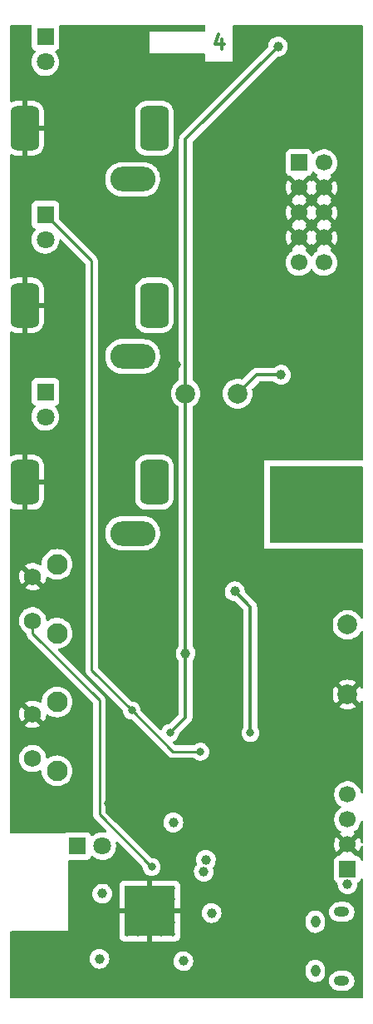
<source format=gbr>
%TF.GenerationSoftware,KiCad,Pcbnew,(6.0.4)*%
%TF.CreationDate,2022-03-21T16:46:14+00:00*%
%TF.ProjectId,Ball_Base_Components,42616c6c-5f42-4617-9365-5f436f6d706f,rev?*%
%TF.SameCoordinates,Original*%
%TF.FileFunction,Copper,L4,Bot*%
%TF.FilePolarity,Positive*%
%FSLAX46Y46*%
G04 Gerber Fmt 4.6, Leading zero omitted, Abs format (unit mm)*
G04 Created by KiCad (PCBNEW (6.0.4)) date 2022-03-21 16:46:14*
%MOMM*%
%LPD*%
G01*
G04 APERTURE LIST*
G04 Aperture macros list*
%AMRoundRect*
0 Rectangle with rounded corners*
0 $1 Rounding radius*
0 $2 $3 $4 $5 $6 $7 $8 $9 X,Y pos of 4 corners*
0 Add a 4 corners polygon primitive as box body*
4,1,4,$2,$3,$4,$5,$6,$7,$8,$9,$2,$3,0*
0 Add four circle primitives for the rounded corners*
1,1,$1+$1,$2,$3*
1,1,$1+$1,$4,$5*
1,1,$1+$1,$6,$7*
1,1,$1+$1,$8,$9*
0 Add four rect primitives between the rounded corners*
20,1,$1+$1,$2,$3,$4,$5,0*
20,1,$1+$1,$4,$5,$6,$7,0*
20,1,$1+$1,$6,$7,$8,$9,0*
20,1,$1+$1,$8,$9,$2,$3,0*%
G04 Aperture macros list end*
%ADD10C,0.300000*%
%TA.AperFunction,NonConductor*%
%ADD11C,0.300000*%
%TD*%
%TA.AperFunction,ComponentPad*%
%ADD12R,1.800000X1.800000*%
%TD*%
%TA.AperFunction,ComponentPad*%
%ADD13C,1.800000*%
%TD*%
%TA.AperFunction,ComponentPad*%
%ADD14C,2.000000*%
%TD*%
%TA.AperFunction,ComponentPad*%
%ADD15R,1.700000X1.700000*%
%TD*%
%TA.AperFunction,ComponentPad*%
%ADD16C,1.700000*%
%TD*%
%TA.AperFunction,ComponentPad*%
%ADD17O,0.950000X1.250000*%
%TD*%
%TA.AperFunction,ComponentPad*%
%ADD18O,1.550000X1.000000*%
%TD*%
%TA.AperFunction,ComponentPad*%
%ADD19RoundRect,0.725000X-0.725000X1.575000X-0.725000X-1.575000X0.725000X-1.575000X0.725000X1.575000X0*%
%TD*%
%TA.AperFunction,ComponentPad*%
%ADD20O,4.600000X2.500000*%
%TD*%
%TA.AperFunction,ComponentPad*%
%ADD21C,0.500000*%
%TD*%
%TA.AperFunction,SMDPad,CuDef*%
%ADD22R,5.150000X5.150000*%
%TD*%
%TA.AperFunction,ComponentPad*%
%ADD23C,2.100000*%
%TD*%
%TA.AperFunction,ComponentPad*%
%ADD24C,1.750000*%
%TD*%
%TA.AperFunction,ViaPad*%
%ADD25C,0.800000*%
%TD*%
%TA.AperFunction,ViaPad*%
%ADD26C,0.400000*%
%TD*%
%TA.AperFunction,ViaPad*%
%ADD27C,1.000000*%
%TD*%
%TA.AperFunction,Conductor*%
%ADD28C,0.250000*%
%TD*%
%TA.AperFunction,Conductor*%
%ADD29C,0.350000*%
%TD*%
G04 APERTURE END LIST*
D10*
%TO.C,FID1*%
D11*
X147685714Y-57978571D02*
X147685714Y-58978571D01*
X147328571Y-57407142D02*
X146971428Y-58478571D01*
X147900000Y-58478571D01*
%TD*%
D12*
%TO.P,D5,1,K*%
%TO.N,Net-(D5-Pad1)*%
X129700000Y-75800000D03*
D13*
%TO.P,D5,2,A*%
%TO.N,Net-(D5-Pad2)*%
X129700000Y-78340000D03*
%TD*%
D12*
%TO.P,D3,1,K*%
%TO.N,Net-(D3-Pad1)*%
X132960000Y-140000000D03*
D13*
%TO.P,D3,2,A*%
%TO.N,/LED_BLUE_OUT*%
X135500000Y-140000000D03*
%TD*%
D14*
%TO.P,TP3,1,1*%
%TO.N,VCC*%
X149300000Y-94000000D03*
%TD*%
D12*
%TO.P,D4,1,K*%
%TO.N,Net-(D4-Pad1)*%
X129700000Y-57725000D03*
D13*
%TO.P,D4,2,A*%
%TO.N,Net-(D4-Pad2)*%
X129700000Y-60265000D03*
%TD*%
D12*
%TO.P,D6,1,K*%
%TO.N,Net-(D6-Pad1)*%
X129700000Y-93800000D03*
D13*
%TO.P,D6,2,A*%
%TO.N,Net-(D6-Pad2)*%
X129700000Y-96340000D03*
%TD*%
D14*
%TO.P,TP2,1,1*%
%TO.N,+3V3*%
X160500000Y-117500000D03*
%TD*%
D15*
%TO.P,J2,1,Pin_1*%
%TO.N,+3V3*%
X160500000Y-142380000D03*
D16*
%TO.P,J2,2,Pin_2*%
%TO.N,GND*%
X160500000Y-139840000D03*
%TO.P,J2,3,Pin_3*%
%TO.N,/SWIO*%
X160500000Y-137300000D03*
%TO.P,J2,4,Pin_4*%
%TO.N,/SWCLK*%
X160500000Y-134760000D03*
%TD*%
D17*
%TO.P,J3,*%
%TO.N,*%
X157215000Y-152700000D03*
X157215000Y-147700000D03*
D18*
X159915000Y-146700000D03*
%TO.P,J3,6,Shield*%
%TO.N,unconnected-(J3-Pad6)*%
X159915000Y-153700000D03*
%TD*%
D19*
%TO.P,J5,1*%
%TO.N,GND*%
X127600000Y-85000000D03*
D20*
%TO.P,J5,2*%
%TO.N,unconnected-(J5-Pad2)*%
X138600000Y-90200000D03*
D19*
%TO.P,J5,3*%
%TO.N,/Y_Filtered*%
X140800000Y-85000000D03*
%TD*%
D14*
%TO.P,TP1,1,1*%
%TO.N,GND*%
X160500000Y-124600000D03*
%TD*%
D19*
%TO.P,J6,1*%
%TO.N,GND*%
X127600000Y-103000000D03*
D20*
%TO.P,J6,2*%
%TO.N,unconnected-(J6-Pad2)*%
X138600000Y-108200000D03*
D19*
%TO.P,J6,3*%
%TO.N,/Z_Filtered*%
X140800000Y-103000000D03*
%TD*%
D21*
%TO.P,U1,49,GND*%
%TO.N,GND*%
X142661250Y-145437500D03*
X138011250Y-145437500D03*
X138011250Y-147762500D03*
X139173750Y-145437500D03*
X142661250Y-144275000D03*
X139173750Y-147762500D03*
X140336250Y-147762500D03*
X139173750Y-146600000D03*
X141498750Y-146600000D03*
D22*
X140336250Y-146600000D03*
D21*
X142661250Y-146600000D03*
X141498750Y-147762500D03*
X140336250Y-145437500D03*
X139173750Y-144275000D03*
X140336250Y-148925000D03*
X138011250Y-148925000D03*
X141498750Y-148925000D03*
X138011250Y-146600000D03*
X140336250Y-146600000D03*
X142661250Y-147762500D03*
X140336250Y-144275000D03*
X139173750Y-148925000D03*
X141498750Y-145437500D03*
X141498750Y-144275000D03*
X142661250Y-148925000D03*
X138011250Y-144275000D03*
%TD*%
D23*
%TO.P,CONNECT1,*%
%TO.N,*%
X130890000Y-125340000D03*
X130890000Y-132350000D03*
D24*
%TO.P,CONNECT1,1,1*%
%TO.N,/CONNECT*%
X128400000Y-131100000D03*
%TO.P,CONNECT1,2,2*%
%TO.N,GND*%
X128400000Y-126600000D03*
%TD*%
D15*
%TO.P,J1,1,Pin_1*%
%TO.N,-12V*%
X155562500Y-70500000D03*
D16*
%TO.P,J1,2,Pin_2*%
X158102500Y-70500000D03*
%TO.P,J1,3,Pin_3*%
%TO.N,GND*%
X155562500Y-73040000D03*
%TO.P,J1,4,Pin_4*%
X158102500Y-73040000D03*
%TO.P,J1,5,Pin_5*%
X155562500Y-75580000D03*
%TO.P,J1,6,Pin_6*%
X158102500Y-75580000D03*
%TO.P,J1,7,Pin_7*%
X155562500Y-78120000D03*
%TO.P,J1,8,Pin_8*%
X158102500Y-78120000D03*
%TO.P,J1,9,Pin_9*%
%TO.N,+12V*%
X155562500Y-80660000D03*
%TO.P,J1,10,Pin_10*%
X158102500Y-80660000D03*
%TD*%
D23*
%TO.P,RESET1,*%
%TO.N,*%
X130890000Y-118350000D03*
X130890000Y-111340000D03*
D24*
%TO.P,RESET1,1,1*%
%TO.N,/RESET*%
X128400000Y-117100000D03*
%TO.P,RESET1,2,2*%
%TO.N,GND*%
X128400000Y-112600000D03*
%TD*%
D14*
%TO.P,TP4,1,1*%
%TO.N,VEE*%
X144000000Y-94000000D03*
%TD*%
D19*
%TO.P,J4,1*%
%TO.N,GND*%
X127600000Y-67000000D03*
D20*
%TO.P,J4,2*%
%TO.N,unconnected-(J4-Pad2)*%
X138600000Y-72200000D03*
D19*
%TO.P,J4,3*%
%TO.N,/X_Filtered*%
X140800000Y-67000000D03*
%TD*%
D25*
%TO.N,GND*%
X149400000Y-146300000D03*
X155100000Y-145600000D03*
X153000000Y-88900000D03*
D26*
X126900000Y-138300000D03*
D27*
X147436250Y-142600000D03*
X154700000Y-121200000D03*
D26*
X128900000Y-138300000D03*
X130936250Y-149100000D03*
D25*
X159600000Y-95000000D03*
D26*
X136055424Y-148410500D03*
X132536250Y-145100000D03*
D25*
X129800000Y-136000000D03*
X143636250Y-153200000D03*
X146200000Y-83600000D03*
D26*
X132536250Y-145900000D03*
D25*
X149400000Y-79200000D03*
X146700000Y-136800000D03*
D27*
X155850000Y-112750000D03*
D25*
X140536250Y-138900000D03*
X156300000Y-136200000D03*
D26*
X132536250Y-138300000D03*
D27*
X158800000Y-112800000D03*
D25*
X139836250Y-153200000D03*
D27*
X154500000Y-131900000D03*
D25*
X136500000Y-98600000D03*
D26*
X134036250Y-147180000D03*
D25*
X161100000Y-110800000D03*
D27*
X154500000Y-128000000D03*
D26*
X132536250Y-143500000D03*
D25*
X151000000Y-148900000D03*
X132900000Y-134300000D03*
D26*
X134016250Y-148480000D03*
D25*
X141500000Y-74000000D03*
X149400000Y-91000000D03*
D27*
X146536250Y-139800000D03*
D25*
X138600000Y-117100000D03*
D26*
X127900000Y-138300000D03*
D25*
X155100000Y-152200000D03*
X143100000Y-91000000D03*
D27*
X148636250Y-143800000D03*
D25*
X133400000Y-75800000D03*
D26*
X129836250Y-138300000D03*
X134976250Y-147200000D03*
X129936250Y-149100000D03*
D25*
X141436250Y-153200000D03*
D27*
X148436250Y-147800000D03*
D26*
X132536250Y-142700000D03*
X131636250Y-138300000D03*
D25*
X153200000Y-110700000D03*
D27*
X136200000Y-135700000D03*
D25*
X157500000Y-88900000D03*
X133300000Y-57600000D03*
X139600000Y-113400000D03*
X161600000Y-97100000D03*
D26*
X130736250Y-138300000D03*
X135006250Y-148460000D03*
D25*
X157300000Y-62300000D03*
X155200000Y-86300000D03*
D26*
X128900000Y-149100000D03*
X131936250Y-149100000D03*
D27*
X141206767Y-151105441D03*
D25*
X144136250Y-138900000D03*
X135500000Y-120200000D03*
D26*
X132966250Y-148530000D03*
D25*
X155200000Y-64600000D03*
X130736250Y-154600000D03*
X146200000Y-68900000D03*
X139000000Y-81200000D03*
D27*
X138500000Y-124600000D03*
D25*
X128000000Y-107800000D03*
D27*
X155900000Y-148900000D03*
D25*
X126900000Y-132700000D03*
X133636250Y-151700000D03*
X153724500Y-82643152D03*
D26*
X126900000Y-149100000D03*
D25*
X150200000Y-57800000D03*
D26*
X132986250Y-147160000D03*
D25*
X153200000Y-62300000D03*
X155100000Y-154600000D03*
X137000000Y-110800000D03*
D26*
X127900000Y-149100000D03*
X132536250Y-141900000D03*
D25*
X132336250Y-150400000D03*
D26*
X132536250Y-144300000D03*
D27*
%TO.N,+3V3*%
X153800000Y-105400000D03*
X143755000Y-151700000D03*
X145855000Y-142600000D03*
X135496250Y-144840000D03*
X157300000Y-105400000D03*
X160800000Y-103300000D03*
X146055000Y-141400000D03*
X160500000Y-143870000D03*
X153800000Y-107400000D03*
X142736250Y-137600000D03*
X135206250Y-151460000D03*
X160800000Y-107400000D03*
X153800000Y-103300000D03*
X146636250Y-146800000D03*
X160800000Y-105400000D03*
D25*
%TO.N,/RESET*%
X140531913Y-142118089D03*
D27*
%TO.N,VCC*%
X153724500Y-92077373D03*
X149000000Y-114100000D03*
D25*
X150600000Y-128500000D03*
%TO.N,VEE*%
X142400000Y-128500000D03*
D27*
X153400000Y-58700000D03*
X144000000Y-120400000D03*
D25*
%TO.N,Net-(D5-Pad1)*%
X145500000Y-130400000D03*
X138500000Y-126200000D03*
%TD*%
D28*
%TO.N,/RESET*%
X135200000Y-125200000D02*
X128412500Y-118412500D01*
X140531913Y-142118089D02*
X140518089Y-142118089D01*
X135200000Y-136800000D02*
X135200000Y-125200000D01*
X128412500Y-118412500D02*
X128412500Y-117175000D01*
X140518089Y-142118089D02*
X135200000Y-136800000D01*
D29*
%TO.N,VCC*%
X150600000Y-128500000D02*
X150600000Y-115700000D01*
X149300000Y-94000000D02*
X151222627Y-92077373D01*
X150600000Y-115700000D02*
X149000000Y-114100000D01*
X151222627Y-92077373D02*
X153724500Y-92077373D01*
%TO.N,VEE*%
X153400000Y-58700000D02*
X144000000Y-68100000D01*
X144000000Y-126900000D02*
X142400000Y-128500000D01*
X144000000Y-68100000D02*
X144000000Y-126900000D01*
D28*
%TO.N,Net-(D5-Pad1)*%
X134400000Y-80500000D02*
X134400000Y-122100000D01*
X134400000Y-122100000D02*
X138500000Y-126200000D01*
X145500000Y-130400000D02*
X142700000Y-130400000D01*
X129700000Y-75800000D02*
X134400000Y-80500000D01*
X142700000Y-130400000D02*
X138500000Y-126200000D01*
%TD*%
%TA.AperFunction,Conductor*%
%TO.N,+3V3*%
G36*
X162033621Y-101370002D02*
G01*
X162080114Y-101423658D01*
X162091500Y-101476000D01*
X162091500Y-109074000D01*
X162071498Y-109142121D01*
X162017842Y-109188614D01*
X161965500Y-109200000D01*
X152726000Y-109200000D01*
X152657879Y-109179998D01*
X152611386Y-109126342D01*
X152600000Y-109074000D01*
X152600000Y-101476000D01*
X152620002Y-101407879D01*
X152673658Y-101361386D01*
X152726000Y-101350000D01*
X161965500Y-101350000D01*
X162033621Y-101370002D01*
G37*
%TD.AperFunction*%
%TD*%
%TA.AperFunction,Conductor*%
%TO.N,GND*%
G36*
X128261873Y-56528502D02*
G01*
X128308366Y-56582158D01*
X128318470Y-56652432D01*
X128311736Y-56678724D01*
X128298255Y-56714684D01*
X128291500Y-56776866D01*
X128291500Y-58673134D01*
X128298255Y-58735316D01*
X128349385Y-58871705D01*
X128436739Y-58988261D01*
X128553295Y-59075615D01*
X128561704Y-59078767D01*
X128561705Y-59078768D01*
X128621164Y-59101058D01*
X128677929Y-59143699D01*
X128702629Y-59210261D01*
X128687422Y-59279609D01*
X128668029Y-59306091D01*
X128601639Y-59375564D01*
X128598725Y-59379836D01*
X128598724Y-59379837D01*
X128584970Y-59400000D01*
X128471119Y-59566899D01*
X128373602Y-59776981D01*
X128311707Y-60000169D01*
X128287095Y-60230469D01*
X128287392Y-60235622D01*
X128287392Y-60235625D01*
X128293067Y-60334041D01*
X128300427Y-60461697D01*
X128301564Y-60466743D01*
X128301565Y-60466749D01*
X128333741Y-60609523D01*
X128351346Y-60687642D01*
X128353288Y-60692424D01*
X128353289Y-60692428D01*
X128436540Y-60897450D01*
X128438484Y-60902237D01*
X128559501Y-61099719D01*
X128711147Y-61274784D01*
X128889349Y-61422730D01*
X129089322Y-61539584D01*
X129305694Y-61622209D01*
X129310760Y-61623240D01*
X129310761Y-61623240D01*
X129363846Y-61634040D01*
X129532656Y-61668385D01*
X129663324Y-61673176D01*
X129758949Y-61676683D01*
X129758953Y-61676683D01*
X129764113Y-61676872D01*
X129769233Y-61676216D01*
X129769235Y-61676216D01*
X129842270Y-61666860D01*
X129993847Y-61647442D01*
X129998795Y-61645957D01*
X129998802Y-61645956D01*
X130210747Y-61582369D01*
X130215690Y-61580886D01*
X130296236Y-61541427D01*
X130419049Y-61481262D01*
X130419052Y-61481260D01*
X130423684Y-61478991D01*
X130612243Y-61344494D01*
X130776303Y-61181005D01*
X130911458Y-60992917D01*
X130958641Y-60897450D01*
X131011784Y-60789922D01*
X131011785Y-60789920D01*
X131014078Y-60785280D01*
X131081408Y-60563671D01*
X131111640Y-60334041D01*
X131113327Y-60265000D01*
X131107032Y-60188434D01*
X131094773Y-60039318D01*
X131094772Y-60039312D01*
X131094349Y-60034167D01*
X131037925Y-59809533D01*
X131035866Y-59804797D01*
X130947630Y-59601868D01*
X130947628Y-59601865D01*
X130945570Y-59597131D01*
X130819764Y-59402665D01*
X130729848Y-59303848D01*
X130698796Y-59240002D01*
X130707192Y-59169504D01*
X130752369Y-59114736D01*
X130778812Y-59101067D01*
X130838297Y-59078767D01*
X130846705Y-59075615D01*
X130963261Y-58988261D01*
X131050615Y-58871705D01*
X131101745Y-58735316D01*
X131108500Y-58673134D01*
X131108500Y-56776866D01*
X131101745Y-56714684D01*
X131088266Y-56678728D01*
X131083083Y-56607924D01*
X131117003Y-56545554D01*
X131179258Y-56511425D01*
X131206248Y-56508500D01*
X145901215Y-56508500D01*
X145969336Y-56528502D01*
X146015829Y-56582158D01*
X146027215Y-56634500D01*
X146027215Y-57074000D01*
X146007213Y-57142121D01*
X145953557Y-57188614D01*
X145901215Y-57200000D01*
X140300000Y-57200000D01*
X140300000Y-59400000D01*
X145901215Y-59400000D01*
X145969336Y-59420002D01*
X146015829Y-59473658D01*
X146027215Y-59526000D01*
X146027215Y-60241000D01*
X148772786Y-60241000D01*
X148772786Y-56634500D01*
X148792788Y-56566379D01*
X148846444Y-56519886D01*
X148898786Y-56508500D01*
X161965500Y-56508500D01*
X162033621Y-56528502D01*
X162080114Y-56582158D01*
X162091500Y-56634500D01*
X162091500Y-100674000D01*
X162071498Y-100742121D01*
X162017842Y-100788614D01*
X161965500Y-100800000D01*
X152000000Y-100800000D01*
X152000000Y-109750000D01*
X161965500Y-109750000D01*
X162033621Y-109770002D01*
X162080114Y-109823658D01*
X162091500Y-109876000D01*
X162091500Y-116766874D01*
X162071498Y-116834995D01*
X162017842Y-116881488D01*
X161947568Y-116891592D01*
X161882988Y-116862098D01*
X161853631Y-116821383D01*
X161852381Y-116822020D01*
X161850135Y-116817611D01*
X161848240Y-116813037D01*
X161819951Y-116766874D01*
X161726759Y-116614798D01*
X161726755Y-116614792D01*
X161724176Y-116610584D01*
X161569969Y-116430031D01*
X161389416Y-116275824D01*
X161385208Y-116273245D01*
X161385202Y-116273241D01*
X161191183Y-116154346D01*
X161186963Y-116151760D01*
X161182393Y-116149867D01*
X161182389Y-116149865D01*
X160972167Y-116062789D01*
X160972165Y-116062788D01*
X160967594Y-116060895D01*
X160861004Y-116035305D01*
X160741524Y-116006620D01*
X160741518Y-116006619D01*
X160736711Y-116005465D01*
X160500000Y-115986835D01*
X160263289Y-116005465D01*
X160258482Y-116006619D01*
X160258476Y-116006620D01*
X160138996Y-116035305D01*
X160032406Y-116060895D01*
X160027835Y-116062788D01*
X160027833Y-116062789D01*
X159817611Y-116149865D01*
X159817607Y-116149867D01*
X159813037Y-116151760D01*
X159808817Y-116154346D01*
X159614798Y-116273241D01*
X159614792Y-116273245D01*
X159610584Y-116275824D01*
X159430031Y-116430031D01*
X159275824Y-116610584D01*
X159273245Y-116614792D01*
X159273241Y-116614798D01*
X159180049Y-116766874D01*
X159151760Y-116813037D01*
X159149867Y-116817607D01*
X159149865Y-116817611D01*
X159062789Y-117027833D01*
X159060895Y-117032406D01*
X159044667Y-117100000D01*
X159009960Y-117244567D01*
X159005465Y-117263289D01*
X158986835Y-117500000D01*
X159005465Y-117736711D01*
X159060895Y-117967594D01*
X159062788Y-117972165D01*
X159062789Y-117972167D01*
X159148383Y-118178809D01*
X159151760Y-118186963D01*
X159154346Y-118191183D01*
X159273241Y-118385202D01*
X159273245Y-118385208D01*
X159275824Y-118389416D01*
X159430031Y-118569969D01*
X159433787Y-118573177D01*
X159453043Y-118589623D01*
X159610584Y-118724176D01*
X159614792Y-118726755D01*
X159614798Y-118726759D01*
X159775434Y-118825197D01*
X159813037Y-118848240D01*
X159817607Y-118850133D01*
X159817611Y-118850135D01*
X160027833Y-118937211D01*
X160032406Y-118939105D01*
X160112609Y-118958360D01*
X160258476Y-118993380D01*
X160258482Y-118993381D01*
X160263289Y-118994535D01*
X160500000Y-119013165D01*
X160736711Y-118994535D01*
X160741518Y-118993381D01*
X160741524Y-118993380D01*
X160887391Y-118958360D01*
X160967594Y-118939105D01*
X160972167Y-118937211D01*
X161182389Y-118850135D01*
X161182393Y-118850133D01*
X161186963Y-118848240D01*
X161224566Y-118825197D01*
X161385202Y-118726759D01*
X161385208Y-118726755D01*
X161389416Y-118724176D01*
X161546957Y-118589623D01*
X161566213Y-118573177D01*
X161569969Y-118569969D01*
X161724176Y-118389416D01*
X161726755Y-118385208D01*
X161726759Y-118385202D01*
X161845654Y-118191183D01*
X161848240Y-118186963D01*
X161850135Y-118182389D01*
X161852381Y-118177980D01*
X161854009Y-118178809D01*
X161893630Y-118129633D01*
X161960992Y-118107207D01*
X162029785Y-118124759D01*
X162078167Y-118176716D01*
X162091500Y-118233126D01*
X162091500Y-123868181D01*
X162071498Y-123936302D01*
X162017842Y-123982795D01*
X161947568Y-123992899D01*
X161882988Y-123963405D01*
X161852943Y-123921740D01*
X161851937Y-123922253D01*
X161845205Y-123909042D01*
X161742568Y-123741555D01*
X161732110Y-123732093D01*
X161723334Y-123735876D01*
X160872022Y-124587188D01*
X160864408Y-124601132D01*
X160864539Y-124602965D01*
X160868790Y-124609580D01*
X161720290Y-125461080D01*
X161732670Y-125467840D01*
X161740320Y-125462113D01*
X161845205Y-125290958D01*
X161851937Y-125277747D01*
X161853264Y-125278423D01*
X161893635Y-125228323D01*
X161960998Y-125205899D01*
X162029790Y-125223455D01*
X162078170Y-125275415D01*
X162091500Y-125331819D01*
X162091500Y-134500470D01*
X162071498Y-134568591D01*
X162017842Y-134615084D01*
X161947568Y-134625188D01*
X161882988Y-134595694D01*
X161843296Y-134531166D01*
X161791691Y-134325720D01*
X161790431Y-134320702D01*
X161701354Y-134115840D01*
X161580014Y-133928277D01*
X161429670Y-133763051D01*
X161425619Y-133759852D01*
X161425615Y-133759848D01*
X161258414Y-133627800D01*
X161258410Y-133627798D01*
X161254359Y-133624598D01*
X161230696Y-133611535D01*
X161202136Y-133595769D01*
X161058789Y-133516638D01*
X161053920Y-133514914D01*
X161053916Y-133514912D01*
X160853087Y-133443795D01*
X160853083Y-133443794D01*
X160848212Y-133442069D01*
X160843119Y-133441162D01*
X160843116Y-133441161D01*
X160633373Y-133403800D01*
X160633367Y-133403799D01*
X160628284Y-133402894D01*
X160554452Y-133401992D01*
X160410081Y-133400228D01*
X160410079Y-133400228D01*
X160404911Y-133400165D01*
X160184091Y-133433955D01*
X159971756Y-133503357D01*
X159773607Y-133606507D01*
X159769474Y-133609610D01*
X159769471Y-133609612D01*
X159745247Y-133627800D01*
X159594965Y-133740635D01*
X159440629Y-133902138D01*
X159437715Y-133906410D01*
X159437714Y-133906411D01*
X159433002Y-133913319D01*
X159314743Y-134086680D01*
X159220688Y-134289305D01*
X159160989Y-134504570D01*
X159137251Y-134726695D01*
X159150110Y-134949715D01*
X159151247Y-134954761D01*
X159151248Y-134954767D01*
X159158225Y-134985725D01*
X159199222Y-135167639D01*
X159283266Y-135374616D01*
X159399987Y-135565088D01*
X159546250Y-135733938D01*
X159718126Y-135876632D01*
X159788595Y-135917811D01*
X159791445Y-135919476D01*
X159840169Y-135971114D01*
X159853240Y-136040897D01*
X159826509Y-136106669D01*
X159786055Y-136140027D01*
X159773607Y-136146507D01*
X159769474Y-136149610D01*
X159769471Y-136149612D01*
X159745247Y-136167800D01*
X159594965Y-136280635D01*
X159440629Y-136442138D01*
X159314743Y-136626680D01*
X159299894Y-136658670D01*
X159229669Y-136809958D01*
X159220688Y-136829305D01*
X159160989Y-137044570D01*
X159137251Y-137266695D01*
X159137548Y-137271848D01*
X159137548Y-137271851D01*
X159144673Y-137395425D01*
X159150110Y-137489715D01*
X159151247Y-137494761D01*
X159151248Y-137494767D01*
X159158225Y-137525725D01*
X159199222Y-137707639D01*
X159283266Y-137914616D01*
X159399987Y-138105088D01*
X159546250Y-138273938D01*
X159718126Y-138416632D01*
X159778359Y-138451829D01*
X159791955Y-138459774D01*
X159840679Y-138511412D01*
X159853750Y-138581195D01*
X159827019Y-138646967D01*
X159786562Y-138680327D01*
X159778460Y-138684544D01*
X159769734Y-138690039D01*
X159749677Y-138705099D01*
X159741223Y-138716427D01*
X159747968Y-138728758D01*
X160487188Y-139467978D01*
X160501132Y-139475592D01*
X160502965Y-139475461D01*
X160509580Y-139471210D01*
X161253389Y-138727401D01*
X161260410Y-138714544D01*
X161253611Y-138705213D01*
X161249559Y-138702521D01*
X161212602Y-138682120D01*
X161162631Y-138631687D01*
X161147859Y-138562245D01*
X161172975Y-138495839D01*
X161200327Y-138469232D01*
X161257932Y-138428143D01*
X161379860Y-138341173D01*
X161538096Y-138183489D01*
X161566848Y-138143477D01*
X161665435Y-138006277D01*
X161668453Y-138002077D01*
X161685729Y-137967123D01*
X161765136Y-137806453D01*
X161765137Y-137806451D01*
X161767430Y-137801811D01*
X161832370Y-137588069D01*
X161840578Y-137525725D01*
X161869301Y-137460798D01*
X161928566Y-137421707D01*
X161999558Y-137420862D01*
X162059736Y-137458533D01*
X162089995Y-137522758D01*
X162091500Y-137542172D01*
X162091500Y-139582523D01*
X162071498Y-139650644D01*
X162017842Y-139697137D01*
X161947568Y-139707241D01*
X161882988Y-139677747D01*
X161843296Y-139613219D01*
X161791214Y-139405875D01*
X161787894Y-139396124D01*
X161702972Y-139200814D01*
X161698105Y-139191739D01*
X161633063Y-139091197D01*
X161622377Y-139081995D01*
X161612812Y-139086398D01*
X160872022Y-139827188D01*
X160864408Y-139841132D01*
X160864539Y-139842965D01*
X160868790Y-139849580D01*
X161610474Y-140591264D01*
X161622484Y-140597823D01*
X161634223Y-140588855D01*
X161665004Y-140546019D01*
X161670315Y-140537180D01*
X161764670Y-140346267D01*
X161768469Y-140336672D01*
X161830376Y-140132915D01*
X161832555Y-140122834D01*
X161840578Y-140061894D01*
X161869300Y-139996967D01*
X161928565Y-139957875D01*
X161999557Y-139957030D01*
X162059736Y-139994700D01*
X162089995Y-140058925D01*
X162091500Y-140078340D01*
X162091500Y-141364179D01*
X162071498Y-141432300D01*
X162017842Y-141478793D01*
X161947568Y-141488897D01*
X161882988Y-141459403D01*
X161847518Y-141408408D01*
X161803768Y-141291705D01*
X161803767Y-141291703D01*
X161800615Y-141283295D01*
X161713261Y-141166739D01*
X161596705Y-141079385D01*
X161460316Y-141028255D01*
X161398134Y-141021500D01*
X161364452Y-141021500D01*
X161296331Y-141001498D01*
X161253177Y-140954610D01*
X161250658Y-140949868D01*
X160512812Y-140212022D01*
X160498868Y-140204408D01*
X160497035Y-140204539D01*
X160490420Y-140208790D01*
X159746737Y-140952473D01*
X159744874Y-140955885D01*
X159694672Y-141006087D01*
X159634286Y-141021500D01*
X159601866Y-141021500D01*
X159539684Y-141028255D01*
X159403295Y-141079385D01*
X159286739Y-141166739D01*
X159199385Y-141283295D01*
X159148255Y-141419684D01*
X159141500Y-141481866D01*
X159141500Y-143278134D01*
X159148255Y-143340316D01*
X159199385Y-143476705D01*
X159286739Y-143593261D01*
X159403295Y-143680615D01*
X159411704Y-143683767D01*
X159419575Y-143688077D01*
X159418746Y-143689591D01*
X159467049Y-143725875D01*
X159491751Y-143792436D01*
X159491272Y-143815258D01*
X159486719Y-143855851D01*
X159490461Y-143900410D01*
X159497172Y-143980331D01*
X159503268Y-144052934D01*
X159504967Y-144058858D01*
X159555429Y-144234840D01*
X159557783Y-144243050D01*
X159648187Y-144418956D01*
X159771035Y-144573953D01*
X159775728Y-144577947D01*
X159775729Y-144577948D01*
X159843265Y-144635425D01*
X159921650Y-144702136D01*
X160094294Y-144798624D01*
X160282392Y-144859740D01*
X160478777Y-144883158D01*
X160484912Y-144882686D01*
X160484914Y-144882686D01*
X160669830Y-144868457D01*
X160669834Y-144868456D01*
X160675972Y-144867984D01*
X160866463Y-144814798D01*
X160871967Y-144812018D01*
X160871969Y-144812017D01*
X161037495Y-144728404D01*
X161037497Y-144728403D01*
X161042996Y-144725625D01*
X161198847Y-144603861D01*
X161292489Y-144495376D01*
X161324049Y-144458813D01*
X161324050Y-144458811D01*
X161328078Y-144454145D01*
X161425769Y-144282179D01*
X161488197Y-144094513D01*
X161512985Y-143898295D01*
X161513380Y-143870000D01*
X161507866Y-143813767D01*
X161521125Y-143744021D01*
X161569987Y-143692514D01*
X161587322Y-143684301D01*
X161588299Y-143683766D01*
X161596705Y-143680615D01*
X161603884Y-143675235D01*
X161603887Y-143675233D01*
X161706081Y-143598642D01*
X161713261Y-143593261D01*
X161800615Y-143476705D01*
X161847518Y-143351592D01*
X161890159Y-143294827D01*
X161956721Y-143270127D01*
X162026070Y-143285334D01*
X162076188Y-143335620D01*
X162091500Y-143395821D01*
X162091500Y-155365500D01*
X162071498Y-155433621D01*
X162017842Y-155480114D01*
X161965500Y-155491500D01*
X126234500Y-155491500D01*
X126166379Y-155471498D01*
X126119886Y-155417842D01*
X126108500Y-155365500D01*
X126108500Y-152899934D01*
X156231500Y-152899934D01*
X156231823Y-152903113D01*
X156241236Y-152995781D01*
X156246619Y-153048780D01*
X156306369Y-153239440D01*
X156403235Y-153414191D01*
X156533261Y-153565896D01*
X156538298Y-153569803D01*
X156538300Y-153569805D01*
X156686093Y-153684445D01*
X156686096Y-153684447D01*
X156691137Y-153688357D01*
X156696863Y-153691175D01*
X156696867Y-153691177D01*
X156864682Y-153773752D01*
X156870411Y-153776571D01*
X156959906Y-153799883D01*
X157057580Y-153825325D01*
X157057583Y-153825325D01*
X157063762Y-153826935D01*
X157157256Y-153831835D01*
X157256911Y-153837058D01*
X157256915Y-153837058D01*
X157263292Y-153837392D01*
X157460848Y-153807514D01*
X157648361Y-153738523D01*
X157721903Y-153692925D01*
X158626645Y-153692925D01*
X158644570Y-153889888D01*
X158700410Y-154079619D01*
X158703263Y-154085077D01*
X158703265Y-154085081D01*
X158750720Y-154175853D01*
X158792040Y-154254890D01*
X158915968Y-154409025D01*
X158920692Y-154412989D01*
X158927933Y-154419065D01*
X159067474Y-154536154D01*
X159072872Y-154539121D01*
X159072877Y-154539125D01*
X159216180Y-154617905D01*
X159240787Y-154631433D01*
X159246654Y-154633294D01*
X159246656Y-154633295D01*
X159423436Y-154689373D01*
X159429306Y-154691235D01*
X159583227Y-154708500D01*
X160239769Y-154708500D01*
X160242825Y-154708200D01*
X160242832Y-154708200D01*
X160301340Y-154702463D01*
X160386833Y-154694080D01*
X160392734Y-154692298D01*
X160392736Y-154692298D01*
X160466053Y-154670162D01*
X160576169Y-154636916D01*
X160750796Y-154544066D01*
X160837062Y-154473709D01*
X160899287Y-154422960D01*
X160899290Y-154422957D01*
X160904062Y-154419065D01*
X160916344Y-154404219D01*
X161026201Y-154271425D01*
X161026203Y-154271421D01*
X161030130Y-154266675D01*
X161124198Y-154092701D01*
X161182682Y-153903768D01*
X161189658Y-153837392D01*
X161202711Y-153713204D01*
X161202711Y-153713202D01*
X161203355Y-153707075D01*
X161195847Y-153624576D01*
X161185989Y-153516251D01*
X161185988Y-153516248D01*
X161185430Y-153510112D01*
X161158627Y-153419040D01*
X161131330Y-153326294D01*
X161129590Y-153320381D01*
X161119919Y-153301881D01*
X161040813Y-153150568D01*
X161037960Y-153145110D01*
X160914032Y-152990975D01*
X160907727Y-152985684D01*
X160861352Y-152946771D01*
X160762526Y-152863846D01*
X160757128Y-152860879D01*
X160757123Y-152860875D01*
X160594608Y-152771533D01*
X160594609Y-152771533D01*
X160589213Y-152768567D01*
X160583346Y-152766706D01*
X160583344Y-152766705D01*
X160406564Y-152710627D01*
X160406563Y-152710627D01*
X160400694Y-152708765D01*
X160246773Y-152691500D01*
X159590231Y-152691500D01*
X159587175Y-152691800D01*
X159587168Y-152691800D01*
X159541012Y-152696326D01*
X159443167Y-152705920D01*
X159437266Y-152707702D01*
X159437264Y-152707702D01*
X159363947Y-152729838D01*
X159253831Y-152763084D01*
X159079204Y-152855934D01*
X159025255Y-152899934D01*
X158930713Y-152977040D01*
X158930710Y-152977043D01*
X158925938Y-152980935D01*
X158922011Y-152985682D01*
X158922009Y-152985684D01*
X158803799Y-153128575D01*
X158803797Y-153128579D01*
X158799870Y-153133325D01*
X158705802Y-153307299D01*
X158647318Y-153496232D01*
X158646674Y-153502357D01*
X158646674Y-153502358D01*
X158632919Y-153633235D01*
X158626645Y-153692925D01*
X157721903Y-153692925D01*
X157818172Y-153633235D01*
X157963344Y-153495953D01*
X158077946Y-153332284D01*
X158157298Y-153148914D01*
X158198156Y-152953334D01*
X158198500Y-152946771D01*
X158198500Y-152500066D01*
X158191775Y-152433861D01*
X158184026Y-152357566D01*
X158184025Y-152357562D01*
X158183381Y-152351220D01*
X158134067Y-152193861D01*
X158125540Y-152166651D01*
X158125539Y-152166650D01*
X158123631Y-152160560D01*
X158026765Y-151985809D01*
X157929373Y-151872179D01*
X157900891Y-151838948D01*
X157900890Y-151838947D01*
X157896739Y-151834104D01*
X157891700Y-151830195D01*
X157743907Y-151715555D01*
X157743904Y-151715553D01*
X157738863Y-151711643D01*
X157733137Y-151708825D01*
X157733133Y-151708823D01*
X157565318Y-151626248D01*
X157559589Y-151623429D01*
X157440797Y-151592486D01*
X157372420Y-151574675D01*
X157372417Y-151574675D01*
X157366238Y-151573065D01*
X157272744Y-151568165D01*
X157173089Y-151562942D01*
X157173085Y-151562942D01*
X157166708Y-151562608D01*
X156969152Y-151592486D01*
X156963165Y-151594689D01*
X156963164Y-151594689D01*
X156787629Y-151659273D01*
X156781639Y-151661477D01*
X156611828Y-151766765D01*
X156466656Y-151904047D01*
X156352054Y-152067716D01*
X156272702Y-152251086D01*
X156231844Y-152446666D01*
X156231500Y-152453229D01*
X156231500Y-152899934D01*
X126108500Y-152899934D01*
X126108500Y-151445851D01*
X134192969Y-151445851D01*
X134209518Y-151642934D01*
X134226892Y-151703523D01*
X134246283Y-151771147D01*
X134264033Y-151833050D01*
X134354437Y-152008956D01*
X134477285Y-152163953D01*
X134481978Y-152167947D01*
X134481979Y-152167948D01*
X134618511Y-152284145D01*
X134627900Y-152292136D01*
X134800544Y-152388624D01*
X134988642Y-152449740D01*
X135185027Y-152473158D01*
X135191162Y-152472686D01*
X135191164Y-152472686D01*
X135376080Y-152458457D01*
X135376084Y-152458456D01*
X135382222Y-152457984D01*
X135572713Y-152404798D01*
X135578217Y-152402018D01*
X135578219Y-152402017D01*
X135743745Y-152318404D01*
X135743747Y-152318403D01*
X135749246Y-152315625D01*
X135905097Y-152193861D01*
X136034328Y-152044145D01*
X136132019Y-151872179D01*
X136194002Y-151685851D01*
X142741719Y-151685851D01*
X142742235Y-151691995D01*
X142754575Y-151838948D01*
X142758268Y-151882934D01*
X142759967Y-151888858D01*
X142809754Y-152062486D01*
X142812783Y-152073050D01*
X142815602Y-152078535D01*
X142854888Y-152154976D01*
X142903187Y-152248956D01*
X143026035Y-152403953D01*
X143030728Y-152407947D01*
X143030729Y-152407948D01*
X143077598Y-152447836D01*
X143176650Y-152532136D01*
X143349294Y-152628624D01*
X143537392Y-152689740D01*
X143733777Y-152713158D01*
X143739912Y-152712686D01*
X143739914Y-152712686D01*
X143924830Y-152698457D01*
X143924834Y-152698456D01*
X143930972Y-152697984D01*
X144121463Y-152644798D01*
X144126967Y-152642018D01*
X144126969Y-152642017D01*
X144292495Y-152558404D01*
X144292497Y-152558403D01*
X144297996Y-152555625D01*
X144453847Y-152433861D01*
X144573587Y-152295141D01*
X144579049Y-152288813D01*
X144579050Y-152288811D01*
X144583078Y-152284145D01*
X144680769Y-152112179D01*
X144743197Y-151924513D01*
X144767985Y-151728295D01*
X144768188Y-151713753D01*
X144768331Y-151703523D01*
X144768331Y-151703520D01*
X144768380Y-151700000D01*
X144749080Y-151503167D01*
X144691916Y-151313831D01*
X144599066Y-151139204D01*
X144528709Y-151052938D01*
X144477960Y-150990713D01*
X144477957Y-150990710D01*
X144474065Y-150985938D01*
X144467724Y-150980692D01*
X144326425Y-150863799D01*
X144326421Y-150863797D01*
X144321675Y-150859870D01*
X144147701Y-150765802D01*
X143958768Y-150707318D01*
X143952643Y-150706674D01*
X143952642Y-150706674D01*
X143768204Y-150687289D01*
X143768202Y-150687289D01*
X143762075Y-150686645D01*
X143679576Y-150694153D01*
X143571251Y-150704011D01*
X143571248Y-150704012D01*
X143565112Y-150704570D01*
X143559206Y-150706308D01*
X143559202Y-150706309D01*
X143471558Y-150732104D01*
X143375381Y-150760410D01*
X143369923Y-150763263D01*
X143369919Y-150763265D01*
X143279147Y-150810720D01*
X143200110Y-150852040D01*
X143045975Y-150975968D01*
X142918846Y-151127474D01*
X142915879Y-151132872D01*
X142915875Y-151132877D01*
X142912397Y-151139204D01*
X142823567Y-151300787D01*
X142821706Y-151306654D01*
X142821705Y-151306656D01*
X142779493Y-151439726D01*
X142763765Y-151489306D01*
X142741719Y-151685851D01*
X136194002Y-151685851D01*
X136194447Y-151684513D01*
X136219235Y-151488295D01*
X136219630Y-151460000D01*
X136200330Y-151263167D01*
X136143166Y-151073831D01*
X136050316Y-150899204D01*
X135979959Y-150812938D01*
X135929210Y-150750713D01*
X135929207Y-150750710D01*
X135925315Y-150745938D01*
X135918974Y-150740692D01*
X135777675Y-150623799D01*
X135777671Y-150623797D01*
X135772925Y-150619870D01*
X135598951Y-150525802D01*
X135410018Y-150467318D01*
X135403893Y-150466674D01*
X135403892Y-150466674D01*
X135219454Y-150447289D01*
X135219452Y-150447289D01*
X135213325Y-150446645D01*
X135130826Y-150454153D01*
X135022501Y-150464011D01*
X135022498Y-150464012D01*
X135016362Y-150464570D01*
X135010456Y-150466308D01*
X135010452Y-150466309D01*
X134905326Y-150497249D01*
X134826631Y-150520410D01*
X134821173Y-150523263D01*
X134821169Y-150523265D01*
X134730397Y-150570720D01*
X134651360Y-150612040D01*
X134497225Y-150735968D01*
X134370096Y-150887474D01*
X134367129Y-150892872D01*
X134367125Y-150892877D01*
X134321446Y-150975968D01*
X134274817Y-151060787D01*
X134272956Y-151066654D01*
X134272955Y-151066656D01*
X134216877Y-151243436D01*
X134215015Y-151249306D01*
X134192969Y-151445851D01*
X126108500Y-151445851D01*
X126108500Y-148921362D01*
X137249216Y-148921362D01*
X137252650Y-148956388D01*
X137253251Y-148968684D01*
X137253251Y-149219669D01*
X137253621Y-149226490D01*
X137259145Y-149277352D01*
X137262771Y-149292604D01*
X137307926Y-149413054D01*
X137316464Y-149428649D01*
X137392965Y-149530724D01*
X137405526Y-149543285D01*
X137507601Y-149619786D01*
X137523196Y-149628324D01*
X137643644Y-149673478D01*
X137658899Y-149677105D01*
X137709764Y-149682631D01*
X137716578Y-149683000D01*
X137952215Y-149683000D01*
X137968879Y-149684107D01*
X137988294Y-149686697D01*
X138002290Y-149686991D01*
X138040436Y-149683519D01*
X138051856Y-149683000D01*
X139114714Y-149683000D01*
X139131377Y-149684107D01*
X139150793Y-149686697D01*
X139164791Y-149686991D01*
X139202938Y-149683519D01*
X139214357Y-149683000D01*
X140064135Y-149683000D01*
X140079374Y-149678525D01*
X140080579Y-149677135D01*
X140082250Y-149669452D01*
X140082250Y-149664884D01*
X140590250Y-149664884D01*
X140594725Y-149680123D01*
X140596115Y-149681328D01*
X140603798Y-149682999D01*
X141439708Y-149682999D01*
X141456373Y-149684106D01*
X141475795Y-149686698D01*
X141489790Y-149686991D01*
X141527944Y-149683518D01*
X141539365Y-149682999D01*
X142602208Y-149682999D01*
X142618873Y-149684106D01*
X142638295Y-149686698D01*
X142652290Y-149686991D01*
X142690445Y-149683518D01*
X142701865Y-149682999D01*
X142955919Y-149682999D01*
X142962740Y-149682629D01*
X143013602Y-149677105D01*
X143028854Y-149673479D01*
X143149304Y-149628324D01*
X143164899Y-149619786D01*
X143266974Y-149543285D01*
X143279535Y-149530724D01*
X143356036Y-149428649D01*
X143364574Y-149413054D01*
X143409728Y-149292606D01*
X143413355Y-149277351D01*
X143418881Y-149226486D01*
X143419250Y-149219672D01*
X143419250Y-148987123D01*
X143420476Y-148969587D01*
X143423198Y-148950222D01*
X143423804Y-148942338D01*
X143423991Y-148928962D01*
X143423604Y-148921062D01*
X143420035Y-148889241D01*
X143419250Y-148875196D01*
X143419250Y-147899934D01*
X156231500Y-147899934D01*
X156246619Y-148048780D01*
X156306369Y-148239440D01*
X156403235Y-148414191D01*
X156533261Y-148565896D01*
X156538298Y-148569803D01*
X156538300Y-148569805D01*
X156686093Y-148684445D01*
X156686096Y-148684447D01*
X156691137Y-148688357D01*
X156696863Y-148691175D01*
X156696867Y-148691177D01*
X156864682Y-148773752D01*
X156870411Y-148776571D01*
X156959906Y-148799883D01*
X157057580Y-148825325D01*
X157057583Y-148825325D01*
X157063762Y-148826935D01*
X157157256Y-148831835D01*
X157256911Y-148837058D01*
X157256915Y-148837058D01*
X157263292Y-148837392D01*
X157460848Y-148807514D01*
X157648361Y-148738523D01*
X157791133Y-148650000D01*
X157812750Y-148636597D01*
X157812751Y-148636596D01*
X157818172Y-148633235D01*
X157963344Y-148495953D01*
X158077946Y-148332284D01*
X158157298Y-148148914D01*
X158198156Y-147953334D01*
X158198500Y-147946771D01*
X158198500Y-147500066D01*
X158190668Y-147422960D01*
X158184026Y-147357566D01*
X158184025Y-147357562D01*
X158183381Y-147351220D01*
X158123631Y-147160560D01*
X158026765Y-146985809D01*
X157918819Y-146859865D01*
X157900891Y-146838948D01*
X157900890Y-146838947D01*
X157896739Y-146834104D01*
X157891700Y-146830195D01*
X157743907Y-146715555D01*
X157743904Y-146715553D01*
X157738863Y-146711643D01*
X157733137Y-146708825D01*
X157733133Y-146708823D01*
X157700824Y-146692925D01*
X158626645Y-146692925D01*
X158633059Y-146763403D01*
X158642953Y-146872115D01*
X158644570Y-146889888D01*
X158646308Y-146895794D01*
X158646309Y-146895798D01*
X158672801Y-146985809D01*
X158700410Y-147079619D01*
X158703263Y-147085077D01*
X158703265Y-147085081D01*
X158739806Y-147154976D01*
X158792040Y-147254890D01*
X158915968Y-147409025D01*
X158920692Y-147412989D01*
X158927933Y-147419065D01*
X159067474Y-147536154D01*
X159072872Y-147539121D01*
X159072877Y-147539125D01*
X159216180Y-147617905D01*
X159240787Y-147631433D01*
X159246654Y-147633294D01*
X159246656Y-147633295D01*
X159423436Y-147689373D01*
X159429306Y-147691235D01*
X159583227Y-147708500D01*
X160239769Y-147708500D01*
X160242825Y-147708200D01*
X160242832Y-147708200D01*
X160301340Y-147702463D01*
X160386833Y-147694080D01*
X160392734Y-147692298D01*
X160392736Y-147692298D01*
X160504997Y-147658404D01*
X160576169Y-147636916D01*
X160750796Y-147544066D01*
X160837062Y-147473709D01*
X160899287Y-147422960D01*
X160899290Y-147422957D01*
X160904062Y-147419065D01*
X160929089Y-147388813D01*
X161026201Y-147271425D01*
X161026203Y-147271421D01*
X161030130Y-147266675D01*
X161124198Y-147092701D01*
X161182682Y-146903768D01*
X161187296Y-146859865D01*
X161202711Y-146713204D01*
X161202711Y-146713202D01*
X161203355Y-146707075D01*
X161193899Y-146603167D01*
X161185989Y-146516251D01*
X161185988Y-146516248D01*
X161185430Y-146510112D01*
X161129590Y-146320381D01*
X161119919Y-146301881D01*
X161040813Y-146150568D01*
X161037960Y-146145110D01*
X160914032Y-145990975D01*
X160907727Y-145985684D01*
X160876963Y-145959870D01*
X160762526Y-145863846D01*
X160757128Y-145860879D01*
X160757123Y-145860875D01*
X160594608Y-145771533D01*
X160594609Y-145771533D01*
X160589213Y-145768567D01*
X160583346Y-145766706D01*
X160583344Y-145766705D01*
X160406564Y-145710627D01*
X160406563Y-145710627D01*
X160400694Y-145708765D01*
X160246773Y-145691500D01*
X159590231Y-145691500D01*
X159587175Y-145691800D01*
X159587168Y-145691800D01*
X159528660Y-145697537D01*
X159443167Y-145705920D01*
X159437266Y-145707702D01*
X159437264Y-145707702D01*
X159363947Y-145729838D01*
X159253831Y-145763084D01*
X159079204Y-145855934D01*
X158992938Y-145926291D01*
X158930713Y-145977040D01*
X158930710Y-145977043D01*
X158925938Y-145980935D01*
X158922011Y-145985682D01*
X158922009Y-145985684D01*
X158803799Y-146128575D01*
X158803797Y-146128579D01*
X158799870Y-146133325D01*
X158705802Y-146307299D01*
X158647318Y-146496232D01*
X158646674Y-146502357D01*
X158646674Y-146502358D01*
X158636893Y-146595425D01*
X158626645Y-146692925D01*
X157700824Y-146692925D01*
X157565318Y-146626248D01*
X157559589Y-146623429D01*
X157440797Y-146592486D01*
X157372420Y-146574675D01*
X157372417Y-146574675D01*
X157366238Y-146573065D01*
X157272744Y-146568165D01*
X157173089Y-146562942D01*
X157173085Y-146562942D01*
X157166708Y-146562608D01*
X156969152Y-146592486D01*
X156963165Y-146594689D01*
X156963164Y-146594689D01*
X156923450Y-146609301D01*
X156781639Y-146661477D01*
X156611828Y-146766765D01*
X156466656Y-146904047D01*
X156352054Y-147067716D01*
X156272702Y-147251086D01*
X156231844Y-147446666D01*
X156231500Y-147453229D01*
X156231500Y-147899934D01*
X143419250Y-147899934D01*
X143419250Y-147824623D01*
X143420476Y-147807087D01*
X143423198Y-147787721D01*
X143423804Y-147779838D01*
X143423991Y-147766447D01*
X143423606Y-147758576D01*
X143420035Y-147726739D01*
X143419250Y-147712695D01*
X143419250Y-146872115D01*
X143414775Y-146856876D01*
X143413385Y-146855671D01*
X143405702Y-146854000D01*
X140608365Y-146854000D01*
X140593126Y-146858475D01*
X140591921Y-146859865D01*
X140590250Y-146867548D01*
X140590250Y-149664884D01*
X140082250Y-149664884D01*
X140082250Y-146872115D01*
X140077775Y-146856876D01*
X140076385Y-146855671D01*
X140068702Y-146854000D01*
X137271366Y-146854000D01*
X137256127Y-146858475D01*
X137254922Y-146859865D01*
X137253251Y-146867548D01*
X137253251Y-147706541D01*
X137252257Y-147722334D01*
X137249412Y-147744856D01*
X137249216Y-147758862D01*
X137252650Y-147793886D01*
X137253251Y-147806182D01*
X137253251Y-148869040D01*
X137252257Y-148884833D01*
X137249412Y-148907356D01*
X137249216Y-148921362D01*
X126108500Y-148921362D01*
X126108500Y-148776000D01*
X126128502Y-148707879D01*
X126182158Y-148661386D01*
X126234500Y-148650000D01*
X132061250Y-148650000D01*
X132061250Y-146785851D01*
X145622969Y-146785851D01*
X145623485Y-146791995D01*
X145633365Y-146909653D01*
X145639518Y-146982934D01*
X145641217Y-146988858D01*
X145690452Y-147160560D01*
X145694033Y-147173050D01*
X145784437Y-147348956D01*
X145907285Y-147503953D01*
X146057900Y-147632136D01*
X146230544Y-147728624D01*
X146418642Y-147789740D01*
X146615027Y-147813158D01*
X146621162Y-147812686D01*
X146621164Y-147812686D01*
X146806080Y-147798457D01*
X146806084Y-147798456D01*
X146812222Y-147797984D01*
X147002713Y-147744798D01*
X147008217Y-147742018D01*
X147008219Y-147742017D01*
X147173745Y-147658404D01*
X147173747Y-147658403D01*
X147179246Y-147655625D01*
X147335097Y-147533861D01*
X147464328Y-147384145D01*
X147562019Y-147212179D01*
X147624447Y-147024513D01*
X147649235Y-146828295D01*
X147649630Y-146800000D01*
X147630330Y-146603167D01*
X147627771Y-146594689D01*
X147598044Y-146496232D01*
X147573166Y-146413831D01*
X147480316Y-146239204D01*
X147390089Y-146128575D01*
X147359210Y-146090713D01*
X147359207Y-146090710D01*
X147355315Y-146085938D01*
X147348974Y-146080692D01*
X147207675Y-145963799D01*
X147207671Y-145963797D01*
X147202925Y-145959870D01*
X147028951Y-145865802D01*
X146840018Y-145807318D01*
X146833893Y-145806674D01*
X146833892Y-145806674D01*
X146649454Y-145787289D01*
X146649452Y-145787289D01*
X146643325Y-145786645D01*
X146560826Y-145794153D01*
X146452501Y-145804011D01*
X146452498Y-145804012D01*
X146446362Y-145804570D01*
X146440456Y-145806308D01*
X146440452Y-145806309D01*
X146360840Y-145829740D01*
X146256631Y-145860410D01*
X146251173Y-145863263D01*
X146251169Y-145863265D01*
X146160397Y-145910720D01*
X146081360Y-145952040D01*
X145927225Y-146075968D01*
X145800096Y-146227474D01*
X145797129Y-146232872D01*
X145797125Y-146232877D01*
X145744895Y-146327885D01*
X145704817Y-146400787D01*
X145702956Y-146406654D01*
X145702955Y-146406656D01*
X145653484Y-146562608D01*
X145645015Y-146589306D01*
X145622969Y-146785851D01*
X132061250Y-146785851D01*
X132061250Y-144825851D01*
X134482969Y-144825851D01*
X134499518Y-145022934D01*
X134554033Y-145213050D01*
X134644437Y-145388956D01*
X134767285Y-145543953D01*
X134917900Y-145672136D01*
X135090544Y-145768624D01*
X135278642Y-145829740D01*
X135475027Y-145853158D01*
X135481162Y-145852686D01*
X135481164Y-145852686D01*
X135666080Y-145838457D01*
X135666084Y-145838456D01*
X135672222Y-145837984D01*
X135862713Y-145784798D01*
X135868217Y-145782018D01*
X135868219Y-145782017D01*
X136033745Y-145698404D01*
X136033747Y-145698403D01*
X136039246Y-145695625D01*
X136195097Y-145573861D01*
X136297832Y-145454841D01*
X136315943Y-145433860D01*
X137249215Y-145433860D01*
X137252649Y-145468880D01*
X137253250Y-145481175D01*
X137253250Y-146327885D01*
X137257725Y-146343124D01*
X137259115Y-146344329D01*
X137266798Y-146346000D01*
X140064135Y-146346000D01*
X140079374Y-146341525D01*
X140080579Y-146340135D01*
X140082250Y-146332452D01*
X140082250Y-146327885D01*
X140590250Y-146327885D01*
X140594725Y-146343124D01*
X140596115Y-146344329D01*
X140603798Y-146346000D01*
X143401134Y-146346000D01*
X143416373Y-146341525D01*
X143417578Y-146340135D01*
X143419249Y-146332452D01*
X143419249Y-145499630D01*
X143420476Y-145482092D01*
X143423197Y-145462732D01*
X143423804Y-145454841D01*
X143423991Y-145441462D01*
X143423604Y-145433563D01*
X143420034Y-145401734D01*
X143419249Y-145387688D01*
X143419249Y-144337130D01*
X143420475Y-144319594D01*
X143423198Y-144300221D01*
X143423804Y-144292338D01*
X143423991Y-144278962D01*
X143423604Y-144271062D01*
X143420034Y-144239232D01*
X143419249Y-144225187D01*
X143419249Y-143980331D01*
X143418879Y-143973510D01*
X143413355Y-143922648D01*
X143409729Y-143907396D01*
X143364574Y-143786946D01*
X143356036Y-143771351D01*
X143279535Y-143669276D01*
X143266974Y-143656715D01*
X143164899Y-143580214D01*
X143149304Y-143571676D01*
X143028856Y-143526522D01*
X143013601Y-143522895D01*
X142962736Y-143517369D01*
X142955922Y-143517000D01*
X142714126Y-143517000D01*
X142699208Y-143516114D01*
X142673569Y-143513057D01*
X142659571Y-143512959D01*
X142627688Y-143516310D01*
X142614518Y-143517000D01*
X141551626Y-143517000D01*
X141536708Y-143516114D01*
X141511068Y-143513057D01*
X141497070Y-143512959D01*
X141465186Y-143516310D01*
X141452017Y-143517000D01*
X140608365Y-143517000D01*
X140593126Y-143521475D01*
X140591921Y-143522865D01*
X140590250Y-143530548D01*
X140590250Y-146327885D01*
X140082250Y-146327885D01*
X140082250Y-143535116D01*
X140077775Y-143519877D01*
X140076385Y-143518672D01*
X140068702Y-143517001D01*
X139226632Y-143517001D01*
X139211713Y-143516115D01*
X139186067Y-143513057D01*
X139172071Y-143512959D01*
X139140181Y-143516311D01*
X139127010Y-143517001D01*
X138064134Y-143517001D01*
X138049215Y-143516115D01*
X138023568Y-143513057D01*
X138009571Y-143512959D01*
X137977679Y-143516311D01*
X137964509Y-143517001D01*
X137716581Y-143517001D01*
X137709760Y-143517371D01*
X137658898Y-143522895D01*
X137643646Y-143526521D01*
X137523196Y-143571676D01*
X137507601Y-143580214D01*
X137405526Y-143656715D01*
X137392965Y-143669276D01*
X137316464Y-143771351D01*
X137307926Y-143786946D01*
X137262772Y-143907394D01*
X137259145Y-143922649D01*
X137253619Y-143973514D01*
X137253250Y-143980328D01*
X137253250Y-144219048D01*
X137252256Y-144234840D01*
X137249412Y-144257356D01*
X137249216Y-144271363D01*
X137252649Y-144306379D01*
X137253250Y-144318675D01*
X137253250Y-145381540D01*
X137252257Y-145397332D01*
X137249411Y-145419864D01*
X137249215Y-145433860D01*
X136315943Y-145433860D01*
X136320299Y-145428813D01*
X136320300Y-145428811D01*
X136324328Y-145424145D01*
X136422019Y-145252179D01*
X136484447Y-145064513D01*
X136509235Y-144868295D01*
X136509630Y-144840000D01*
X136490330Y-144643167D01*
X136433166Y-144453831D01*
X136340316Y-144279204D01*
X136269959Y-144192938D01*
X136219210Y-144130713D01*
X136219207Y-144130710D01*
X136215315Y-144125938D01*
X136208974Y-144120692D01*
X136067675Y-144003799D01*
X136067671Y-144003797D01*
X136062925Y-143999870D01*
X135888951Y-143905802D01*
X135700018Y-143847318D01*
X135693893Y-143846674D01*
X135693892Y-143846674D01*
X135509454Y-143827289D01*
X135509452Y-143827289D01*
X135503325Y-143826645D01*
X135420826Y-143834153D01*
X135312501Y-143844011D01*
X135312498Y-143844012D01*
X135306362Y-143844570D01*
X135300456Y-143846308D01*
X135300452Y-143846309D01*
X135195326Y-143877249D01*
X135116631Y-143900410D01*
X135111173Y-143903263D01*
X135111169Y-143903265D01*
X135020397Y-143950720D01*
X134941360Y-143992040D01*
X134787225Y-144115968D01*
X134660096Y-144267474D01*
X134657129Y-144272872D01*
X134657125Y-144272877D01*
X134579831Y-144413477D01*
X134564817Y-144440787D01*
X134562956Y-144446654D01*
X134562955Y-144446656D01*
X134524106Y-144569123D01*
X134505015Y-144629306D01*
X134482969Y-144825851D01*
X132061250Y-144825851D01*
X132061250Y-141534500D01*
X132081252Y-141466379D01*
X132134908Y-141419886D01*
X132187250Y-141408500D01*
X133908134Y-141408500D01*
X133970316Y-141401745D01*
X134106705Y-141350615D01*
X134223261Y-141263261D01*
X134310615Y-141146705D01*
X134335180Y-141081178D01*
X134377822Y-141024414D01*
X134444383Y-140999714D01*
X134513732Y-141014921D01*
X134533647Y-141028464D01*
X134598724Y-141082492D01*
X134689349Y-141157730D01*
X134889322Y-141274584D01*
X134894147Y-141276426D01*
X134894148Y-141276427D01*
X134934152Y-141291703D01*
X135105694Y-141357209D01*
X135110760Y-141358240D01*
X135110761Y-141358240D01*
X135163846Y-141369040D01*
X135332656Y-141403385D01*
X135462089Y-141408131D01*
X135558949Y-141411683D01*
X135558953Y-141411683D01*
X135564113Y-141411872D01*
X135569233Y-141411216D01*
X135569235Y-141411216D01*
X135656787Y-141400000D01*
X135793847Y-141382442D01*
X135798795Y-141380957D01*
X135798802Y-141380956D01*
X136010747Y-141317369D01*
X136015690Y-141315886D01*
X136096236Y-141276427D01*
X136219049Y-141216262D01*
X136219052Y-141216260D01*
X136223684Y-141213991D01*
X136412243Y-141079494D01*
X136576303Y-140916005D01*
X136711458Y-140727917D01*
X136729846Y-140690713D01*
X136811784Y-140524922D01*
X136811785Y-140524920D01*
X136814078Y-140520280D01*
X136881408Y-140298671D01*
X136911640Y-140069041D01*
X136913327Y-140000000D01*
X136900960Y-139849580D01*
X136894773Y-139774318D01*
X136894772Y-139774312D01*
X136894349Y-139769167D01*
X136884497Y-139729945D01*
X136878307Y-139705300D01*
X136881111Y-139634359D01*
X136921824Y-139576195D01*
X136987520Y-139549277D01*
X137057340Y-139562148D01*
X137089606Y-139585510D01*
X139586414Y-142082318D01*
X139620440Y-142144630D01*
X139622629Y-142158242D01*
X139627718Y-142206656D01*
X139638371Y-142308017D01*
X139697386Y-142489645D01*
X139792873Y-142655033D01*
X139920660Y-142796955D01*
X140075161Y-142909207D01*
X140081189Y-142911891D01*
X140081191Y-142911892D01*
X140205243Y-142967123D01*
X140249625Y-142986883D01*
X140341097Y-143006326D01*
X140429969Y-143025217D01*
X140429974Y-143025217D01*
X140436426Y-143026589D01*
X140627400Y-143026589D01*
X140633852Y-143025217D01*
X140633857Y-143025217D01*
X140722729Y-143006326D01*
X140814201Y-142986883D01*
X140858583Y-142967123D01*
X140982635Y-142911892D01*
X140982637Y-142911891D01*
X140988665Y-142909207D01*
X141143166Y-142796955D01*
X141270953Y-142655033D01*
X141310895Y-142585851D01*
X144841719Y-142585851D01*
X144858268Y-142782934D01*
X144912783Y-142973050D01*
X145003187Y-143148956D01*
X145126035Y-143303953D01*
X145130728Y-143307947D01*
X145130729Y-143307948D01*
X145168762Y-143340316D01*
X145276650Y-143432136D01*
X145449294Y-143528624D01*
X145637392Y-143589740D01*
X145833777Y-143613158D01*
X145839912Y-143612686D01*
X145839914Y-143612686D01*
X146024830Y-143598457D01*
X146024834Y-143598456D01*
X146030972Y-143597984D01*
X146221463Y-143544798D01*
X146226967Y-143542018D01*
X146226969Y-143542017D01*
X146392495Y-143458404D01*
X146392497Y-143458403D01*
X146397996Y-143455625D01*
X146553847Y-143333861D01*
X146683078Y-143184145D01*
X146780769Y-143012179D01*
X146843197Y-142824513D01*
X146867985Y-142628295D01*
X146868380Y-142600000D01*
X146849080Y-142403167D01*
X146791916Y-142213831D01*
X146789023Y-142208391D01*
X146786674Y-142202690D01*
X146789206Y-142201646D01*
X146777278Y-142143665D01*
X146802839Y-142077430D01*
X146807454Y-142071756D01*
X146883078Y-141984145D01*
X146980769Y-141812179D01*
X147043197Y-141624513D01*
X147067985Y-141428295D01*
X147068263Y-141408408D01*
X147068331Y-141403523D01*
X147068331Y-141403520D01*
X147068380Y-141400000D01*
X147049080Y-141203167D01*
X147040250Y-141173919D01*
X146993697Y-141019731D01*
X146991916Y-141013831D01*
X146899066Y-140839204D01*
X146811727Y-140732116D01*
X146777960Y-140690713D01*
X146777957Y-140690710D01*
X146774065Y-140685938D01*
X146767724Y-140680692D01*
X146626425Y-140563799D01*
X146626421Y-140563797D01*
X146621675Y-140559870D01*
X146447701Y-140465802D01*
X146258768Y-140407318D01*
X146252643Y-140406674D01*
X146252642Y-140406674D01*
X146068204Y-140387289D01*
X146068202Y-140387289D01*
X146062075Y-140386645D01*
X145979576Y-140394153D01*
X145871251Y-140404011D01*
X145871248Y-140404012D01*
X145865112Y-140404570D01*
X145859206Y-140406308D01*
X145859202Y-140406309D01*
X145754076Y-140437249D01*
X145675381Y-140460410D01*
X145669923Y-140463263D01*
X145669919Y-140463265D01*
X145579147Y-140510720D01*
X145500110Y-140552040D01*
X145345975Y-140675968D01*
X145218846Y-140827474D01*
X145215879Y-140832872D01*
X145215875Y-140832877D01*
X145172483Y-140911808D01*
X145123567Y-141000787D01*
X145121706Y-141006654D01*
X145121705Y-141006656D01*
X145072631Y-141161358D01*
X145063765Y-141189306D01*
X145041719Y-141385851D01*
X145042235Y-141391995D01*
X145057706Y-141576237D01*
X145058268Y-141582934D01*
X145059967Y-141588858D01*
X145106982Y-141752818D01*
X145112783Y-141773050D01*
X145115601Y-141778533D01*
X145119926Y-141786948D01*
X145133275Y-141856679D01*
X145104384Y-141925535D01*
X145018846Y-142027474D01*
X145015879Y-142032872D01*
X145015875Y-142032877D01*
X144959009Y-142136318D01*
X144923567Y-142200787D01*
X144921706Y-142206654D01*
X144921705Y-142206656D01*
X144891633Y-142301454D01*
X144863765Y-142389306D01*
X144841719Y-142585851D01*
X141310895Y-142585851D01*
X141366440Y-142489645D01*
X141425455Y-142308017D01*
X141445417Y-142118089D01*
X141425455Y-141928161D01*
X141366440Y-141746533D01*
X141270953Y-141581145D01*
X141143166Y-141439223D01*
X141030284Y-141357209D01*
X140994007Y-141330852D01*
X140994006Y-141330851D01*
X140988665Y-141326971D01*
X140982637Y-141324287D01*
X140982635Y-141324286D01*
X140820232Y-141251980D01*
X140820231Y-141251980D01*
X140814201Y-141249295D01*
X140720801Y-141229442D01*
X140633857Y-141210961D01*
X140633852Y-141210961D01*
X140627400Y-141209589D01*
X140557683Y-141209589D01*
X140489562Y-141189587D01*
X140468588Y-141172684D01*
X139107767Y-139811863D01*
X159138050Y-139811863D01*
X159150309Y-140024477D01*
X159151745Y-140034697D01*
X159198565Y-140242446D01*
X159201645Y-140252275D01*
X159281770Y-140449603D01*
X159286413Y-140458794D01*
X159366460Y-140589420D01*
X159376916Y-140598880D01*
X159385694Y-140595096D01*
X160127978Y-139852812D01*
X160135592Y-139838868D01*
X160135461Y-139837035D01*
X160131210Y-139830420D01*
X159389849Y-139089059D01*
X159378313Y-139082759D01*
X159366031Y-139092382D01*
X159318089Y-139162662D01*
X159313004Y-139171613D01*
X159223338Y-139364783D01*
X159219775Y-139374470D01*
X159162864Y-139579681D01*
X159160933Y-139589800D01*
X159138302Y-139801574D01*
X159138050Y-139811863D01*
X139107767Y-139811863D01*
X136881756Y-137585851D01*
X141722969Y-137585851D01*
X141723485Y-137591995D01*
X141733196Y-137707639D01*
X141739518Y-137782934D01*
X141744931Y-137801811D01*
X141775905Y-137909829D01*
X141794033Y-137973050D01*
X141884437Y-138148956D01*
X142007285Y-138303953D01*
X142011978Y-138307947D01*
X142011979Y-138307948D01*
X142142750Y-138419242D01*
X142157900Y-138432136D01*
X142330544Y-138528624D01*
X142518642Y-138589740D01*
X142715027Y-138613158D01*
X142721162Y-138612686D01*
X142721164Y-138612686D01*
X142906080Y-138598457D01*
X142906084Y-138598456D01*
X142912222Y-138597984D01*
X143102713Y-138544798D01*
X143108217Y-138542018D01*
X143108219Y-138542017D01*
X143273745Y-138458404D01*
X143273747Y-138458403D01*
X143279246Y-138455625D01*
X143435097Y-138333861D01*
X143564328Y-138184145D01*
X143662019Y-138012179D01*
X143724447Y-137824513D01*
X143749235Y-137628295D01*
X143749630Y-137600000D01*
X143730330Y-137403167D01*
X143673166Y-137213831D01*
X143580316Y-137039204D01*
X143490322Y-136928861D01*
X143459210Y-136890713D01*
X143459207Y-136890710D01*
X143455315Y-136885938D01*
X143448974Y-136880692D01*
X143307675Y-136763799D01*
X143307671Y-136763797D01*
X143302925Y-136759870D01*
X143128951Y-136665802D01*
X142940018Y-136607318D01*
X142933893Y-136606674D01*
X142933892Y-136606674D01*
X142749454Y-136587289D01*
X142749452Y-136587289D01*
X142743325Y-136586645D01*
X142660826Y-136594153D01*
X142552501Y-136604011D01*
X142552498Y-136604012D01*
X142546362Y-136604570D01*
X142540456Y-136606308D01*
X142540452Y-136606309D01*
X142471237Y-136626680D01*
X142356631Y-136660410D01*
X142351173Y-136663263D01*
X142351169Y-136663265D01*
X142260397Y-136710720D01*
X142181360Y-136752040D01*
X142027225Y-136875968D01*
X141900096Y-137027474D01*
X141897129Y-137032872D01*
X141897125Y-137032877D01*
X141840602Y-137135694D01*
X141804817Y-137200787D01*
X141802956Y-137206654D01*
X141802955Y-137206656D01*
X141752221Y-137366590D01*
X141745015Y-137389306D01*
X141722969Y-137585851D01*
X136881756Y-137585851D01*
X135870405Y-136574500D01*
X135836379Y-136512188D01*
X135833500Y-136485405D01*
X135833500Y-125278768D01*
X135834027Y-125267585D01*
X135835702Y-125260092D01*
X135835362Y-125249258D01*
X135833562Y-125192002D01*
X135833500Y-125188044D01*
X135833500Y-125160144D01*
X135832996Y-125156153D01*
X135832063Y-125144311D01*
X135830923Y-125108036D01*
X135830674Y-125100111D01*
X135828461Y-125092493D01*
X135825021Y-125080652D01*
X135821012Y-125061293D01*
X135820846Y-125059983D01*
X135818474Y-125041203D01*
X135815558Y-125033837D01*
X135815556Y-125033831D01*
X135802200Y-125000098D01*
X135798355Y-124988868D01*
X135788230Y-124954017D01*
X135788230Y-124954016D01*
X135786019Y-124946407D01*
X135775705Y-124928966D01*
X135767008Y-124911213D01*
X135762472Y-124899758D01*
X135759552Y-124892383D01*
X135733563Y-124856612D01*
X135727047Y-124846692D01*
X135704542Y-124808638D01*
X135690221Y-124794317D01*
X135677380Y-124779283D01*
X135670131Y-124769306D01*
X135665472Y-124762893D01*
X135631395Y-124734702D01*
X135622616Y-124726712D01*
X131008379Y-120112475D01*
X130974353Y-120050163D01*
X130979418Y-119979348D01*
X131021965Y-119922512D01*
X131087589Y-119897768D01*
X131103564Y-119896511D01*
X131129622Y-119894461D01*
X131129630Y-119894460D01*
X131134557Y-119894072D01*
X131139364Y-119892918D01*
X131139370Y-119892917D01*
X131290437Y-119856649D01*
X131373092Y-119836805D01*
X131377663Y-119834912D01*
X131377665Y-119834911D01*
X131455033Y-119802864D01*
X131599732Y-119742927D01*
X131791533Y-119625392D01*
X131804670Y-119617342D01*
X131804673Y-119617340D01*
X131808896Y-119614752D01*
X131826533Y-119599689D01*
X131991677Y-119458641D01*
X131995433Y-119455433D01*
X132154752Y-119268896D01*
X132282927Y-119059732D01*
X132342864Y-118915033D01*
X132374911Y-118837665D01*
X132374912Y-118837663D01*
X132376805Y-118833092D01*
X132403928Y-118720117D01*
X132432917Y-118599370D01*
X132432918Y-118599364D01*
X132434072Y-118594557D01*
X132453319Y-118350000D01*
X132434072Y-118105443D01*
X132431605Y-118095164D01*
X132377960Y-117871720D01*
X132376805Y-117866908D01*
X132282927Y-117640268D01*
X132154752Y-117431104D01*
X131995433Y-117244567D01*
X131905569Y-117167815D01*
X131812663Y-117088465D01*
X131812660Y-117088463D01*
X131808896Y-117085248D01*
X131804673Y-117082660D01*
X131804670Y-117082658D01*
X131722665Y-117032406D01*
X131599732Y-116957073D01*
X131417255Y-116881488D01*
X131377665Y-116865089D01*
X131377663Y-116865088D01*
X131373092Y-116863195D01*
X131275932Y-116839869D01*
X131139370Y-116807083D01*
X131139364Y-116807082D01*
X131134557Y-116805928D01*
X130890000Y-116786681D01*
X130645443Y-116805928D01*
X130640636Y-116807082D01*
X130640630Y-116807083D01*
X130504068Y-116839869D01*
X130406908Y-116863195D01*
X130402337Y-116865088D01*
X130402335Y-116865089D01*
X130362745Y-116881488D01*
X130180268Y-116957073D01*
X129971104Y-117085248D01*
X129969925Y-117083324D01*
X129911899Y-117104052D01*
X129842741Y-117087998D01*
X129793242Y-117037102D01*
X129779082Y-116988584D01*
X129770025Y-116878425D01*
X129769601Y-116873264D01*
X129714178Y-116652617D01*
X129623462Y-116443985D01*
X129543859Y-116320936D01*
X129502698Y-116257311D01*
X129502696Y-116257308D01*
X129499890Y-116252971D01*
X129346779Y-116084704D01*
X129168241Y-115943704D01*
X129130537Y-115922890D01*
X129115869Y-115914793D01*
X128969072Y-115833757D01*
X128964203Y-115832033D01*
X128964199Y-115832031D01*
X128759496Y-115759541D01*
X128759492Y-115759540D01*
X128754621Y-115757815D01*
X128749528Y-115756908D01*
X128749525Y-115756907D01*
X128535734Y-115718825D01*
X128535728Y-115718824D01*
X128530645Y-115717919D01*
X128457196Y-115717022D01*
X128308331Y-115715203D01*
X128308329Y-115715203D01*
X128303161Y-115715140D01*
X128078278Y-115749552D01*
X127862035Y-115820231D01*
X127857447Y-115822619D01*
X127857443Y-115822621D01*
X127664828Y-115922890D01*
X127660239Y-115925279D01*
X127656106Y-115928382D01*
X127656103Y-115928384D01*
X127482445Y-116058770D01*
X127478310Y-116061875D01*
X127321133Y-116226351D01*
X127192931Y-116414289D01*
X127190758Y-116418971D01*
X127190756Y-116418974D01*
X127176948Y-116448722D01*
X127097145Y-116620643D01*
X127095761Y-116625635D01*
X127041475Y-116821383D01*
X127036348Y-116839869D01*
X127035799Y-116845006D01*
X127015257Y-117037218D01*
X127012172Y-117066082D01*
X127012469Y-117071234D01*
X127012469Y-117071238D01*
X127014361Y-117104052D01*
X127025268Y-117293206D01*
X127026405Y-117298252D01*
X127026406Y-117298258D01*
X127053645Y-117419127D01*
X127075283Y-117515141D01*
X127160875Y-117725927D01*
X127279744Y-117919904D01*
X127428698Y-118091861D01*
X127603737Y-118237181D01*
X127608192Y-118239784D01*
X127608203Y-118239792D01*
X127716169Y-118302883D01*
X127764892Y-118354521D01*
X127778536Y-118407707D01*
X127778938Y-118420482D01*
X127779000Y-118424445D01*
X127779000Y-118452356D01*
X127779497Y-118456290D01*
X127779497Y-118456291D01*
X127779505Y-118456356D01*
X127780438Y-118468193D01*
X127781827Y-118512389D01*
X127787478Y-118531839D01*
X127791487Y-118551200D01*
X127794026Y-118571297D01*
X127796945Y-118578668D01*
X127796945Y-118578670D01*
X127810304Y-118612412D01*
X127814149Y-118623642D01*
X127826482Y-118666093D01*
X127830515Y-118672912D01*
X127830517Y-118672917D01*
X127836793Y-118683528D01*
X127845488Y-118701276D01*
X127852948Y-118720117D01*
X127857610Y-118726533D01*
X127857610Y-118726534D01*
X127878936Y-118755887D01*
X127885452Y-118765807D01*
X127907958Y-118803862D01*
X127922279Y-118818183D01*
X127935119Y-118833216D01*
X127947028Y-118849607D01*
X127953134Y-118854658D01*
X127981105Y-118877798D01*
X127989884Y-118885788D01*
X134529595Y-125425499D01*
X134563621Y-125487811D01*
X134566500Y-125514594D01*
X134566500Y-136721233D01*
X134565973Y-136732416D01*
X134564298Y-136739909D01*
X134564547Y-136747835D01*
X134564547Y-136747836D01*
X134566438Y-136807986D01*
X134566500Y-136811945D01*
X134566500Y-136839856D01*
X134566997Y-136843790D01*
X134566997Y-136843791D01*
X134567005Y-136843856D01*
X134567938Y-136855693D01*
X134568765Y-136882009D01*
X134569039Y-136890713D01*
X134569327Y-136899889D01*
X134574978Y-136919339D01*
X134578987Y-136938700D01*
X134581526Y-136958797D01*
X134584445Y-136966168D01*
X134584445Y-136966170D01*
X134597804Y-136999912D01*
X134601649Y-137011142D01*
X134611382Y-137044645D01*
X134613982Y-137053593D01*
X134618015Y-137060412D01*
X134618017Y-137060417D01*
X134624293Y-137071028D01*
X134632988Y-137088776D01*
X134640448Y-137107617D01*
X134645110Y-137114033D01*
X134645110Y-137114034D01*
X134666436Y-137143387D01*
X134672952Y-137153307D01*
X134679979Y-137165188D01*
X134695458Y-137191362D01*
X134709779Y-137205683D01*
X134722619Y-137220716D01*
X134734528Y-137237107D01*
X134740634Y-137242158D01*
X134768605Y-137265298D01*
X134777384Y-137273288D01*
X135914177Y-138410081D01*
X135948203Y-138472393D01*
X135943138Y-138543208D01*
X135900591Y-138600044D01*
X135834071Y-138624855D01*
X135802986Y-138623223D01*
X135638095Y-138593851D01*
X135638089Y-138593850D01*
X135633006Y-138592945D01*
X135560096Y-138592054D01*
X135406581Y-138590179D01*
X135406579Y-138590179D01*
X135401411Y-138590116D01*
X135172464Y-138625150D01*
X134952314Y-138697106D01*
X134947726Y-138699494D01*
X134947722Y-138699496D01*
X134851331Y-138749674D01*
X134746872Y-138804052D01*
X134742739Y-138807155D01*
X134742736Y-138807157D01*
X134670085Y-138861705D01*
X134561655Y-138943117D01*
X134544170Y-138961414D01*
X134482646Y-138996844D01*
X134411733Y-138993387D01*
X134353947Y-138952141D01*
X134335094Y-138918592D01*
X134313768Y-138861705D01*
X134313767Y-138861704D01*
X134310615Y-138853295D01*
X134223261Y-138736739D01*
X134106705Y-138649385D01*
X133970316Y-138598255D01*
X133908134Y-138591500D01*
X132011866Y-138591500D01*
X131949684Y-138598255D01*
X131813295Y-138649385D01*
X131806110Y-138654770D01*
X131806108Y-138654771D01*
X131712634Y-138724826D01*
X131646127Y-138749674D01*
X131637069Y-138750000D01*
X126234500Y-138750000D01*
X126166379Y-138729998D01*
X126119886Y-138676342D01*
X126108500Y-138624000D01*
X126108500Y-131066082D01*
X127012172Y-131066082D01*
X127012469Y-131071234D01*
X127012469Y-131071238D01*
X127019536Y-131193803D01*
X127025268Y-131293206D01*
X127026405Y-131298252D01*
X127026406Y-131298258D01*
X127053645Y-131419127D01*
X127075283Y-131515141D01*
X127160875Y-131725927D01*
X127279744Y-131919904D01*
X127428698Y-132091861D01*
X127603737Y-132237181D01*
X127608189Y-132239783D01*
X127608194Y-132239786D01*
X127702199Y-132294718D01*
X127800160Y-132351962D01*
X128012693Y-132433120D01*
X128017759Y-132434151D01*
X128017760Y-132434151D01*
X128116861Y-132454313D01*
X128235627Y-132478476D01*
X128363437Y-132483163D01*
X128457811Y-132486624D01*
X128457815Y-132486624D01*
X128462975Y-132486813D01*
X128468095Y-132486157D01*
X128468097Y-132486157D01*
X128683504Y-132458563D01*
X128683505Y-132458563D01*
X128688632Y-132457906D01*
X128771248Y-132433120D01*
X128901591Y-132394015D01*
X128901592Y-132394014D01*
X128906537Y-132392531D01*
X129110839Y-132292444D01*
X129129612Y-132279053D01*
X129196683Y-132255780D01*
X129265692Y-132272462D01*
X129314727Y-132323805D01*
X129328392Y-132371746D01*
X129337448Y-132486813D01*
X129345928Y-132594557D01*
X129403195Y-132833092D01*
X129497073Y-133059732D01*
X129625248Y-133268896D01*
X129784567Y-133455433D01*
X129788323Y-133458641D01*
X129965086Y-133609612D01*
X129971104Y-133614752D01*
X129975327Y-133617340D01*
X129975330Y-133617342D01*
X130044515Y-133659738D01*
X130180268Y-133742927D01*
X130324967Y-133802864D01*
X130402335Y-133834911D01*
X130402337Y-133834912D01*
X130406908Y-133836805D01*
X130489563Y-133856649D01*
X130640630Y-133892917D01*
X130640636Y-133892918D01*
X130645443Y-133894072D01*
X130890000Y-133913319D01*
X131134557Y-133894072D01*
X131139364Y-133892918D01*
X131139370Y-133892917D01*
X131290437Y-133856649D01*
X131373092Y-133836805D01*
X131377663Y-133834912D01*
X131377665Y-133834911D01*
X131455033Y-133802864D01*
X131599732Y-133742927D01*
X131735485Y-133659738D01*
X131804670Y-133617342D01*
X131804673Y-133617340D01*
X131808896Y-133614752D01*
X131814915Y-133609612D01*
X131991677Y-133458641D01*
X131995433Y-133455433D01*
X132154752Y-133268896D01*
X132282927Y-133059732D01*
X132376805Y-132833092D01*
X132434072Y-132594557D01*
X132453319Y-132350000D01*
X132434072Y-132105443D01*
X132431605Y-132095164D01*
X132377960Y-131871720D01*
X132376805Y-131866908D01*
X132282927Y-131640268D01*
X132154752Y-131431104D01*
X132050038Y-131308500D01*
X131998641Y-131248323D01*
X131995433Y-131244567D01*
X131991677Y-131241359D01*
X131812663Y-131088465D01*
X131812660Y-131088463D01*
X131808896Y-131085248D01*
X131804673Y-131082660D01*
X131804670Y-131082658D01*
X131693319Y-131014423D01*
X131599732Y-130957073D01*
X131410184Y-130878559D01*
X131377665Y-130865089D01*
X131377663Y-130865088D01*
X131373092Y-130863195D01*
X131255172Y-130834885D01*
X131139370Y-130807083D01*
X131139364Y-130807082D01*
X131134557Y-130805928D01*
X130890000Y-130786681D01*
X130645443Y-130805928D01*
X130640636Y-130807082D01*
X130640630Y-130807083D01*
X130524828Y-130834885D01*
X130406908Y-130863195D01*
X130402337Y-130865088D01*
X130402335Y-130865089D01*
X130369816Y-130878559D01*
X130180268Y-130957073D01*
X129971104Y-131085248D01*
X129969925Y-131083324D01*
X129911899Y-131104052D01*
X129842741Y-131087998D01*
X129793242Y-131037102D01*
X129779082Y-130988584D01*
X129773163Y-130916586D01*
X129769601Y-130873264D01*
X129714178Y-130652617D01*
X129623462Y-130443985D01*
X129499890Y-130252971D01*
X129346779Y-130084704D01*
X129168241Y-129943704D01*
X129130537Y-129922890D01*
X129013256Y-129858148D01*
X128969072Y-129833757D01*
X128964203Y-129832033D01*
X128964199Y-129832031D01*
X128759496Y-129759541D01*
X128759492Y-129759540D01*
X128754621Y-129757815D01*
X128749528Y-129756908D01*
X128749525Y-129756907D01*
X128535734Y-129718825D01*
X128535728Y-129718824D01*
X128530645Y-129717919D01*
X128457196Y-129717022D01*
X128308331Y-129715203D01*
X128308329Y-129715203D01*
X128303161Y-129715140D01*
X128078278Y-129749552D01*
X127862035Y-129820231D01*
X127857447Y-129822619D01*
X127857443Y-129822621D01*
X127768784Y-129868774D01*
X127660239Y-129925279D01*
X127656106Y-129928382D01*
X127656103Y-129928384D01*
X127514465Y-130034729D01*
X127478310Y-130061875D01*
X127474738Y-130065613D01*
X127336690Y-130210072D01*
X127321133Y-130226351D01*
X127192931Y-130414289D01*
X127190758Y-130418971D01*
X127190756Y-130418974D01*
X127114449Y-130583365D01*
X127097145Y-130620643D01*
X127036348Y-130839869D01*
X127035799Y-130845006D01*
X127015150Y-131038220D01*
X127012172Y-131066082D01*
X126108500Y-131066082D01*
X126108500Y-127743130D01*
X127621700Y-127743130D01*
X127626981Y-127750184D01*
X127795919Y-127848904D01*
X127805202Y-127853351D01*
X128008002Y-127930793D01*
X128017900Y-127933669D01*
X128230625Y-127976948D01*
X128240853Y-127978167D01*
X128457788Y-127986122D01*
X128468074Y-127985655D01*
X128683400Y-127958072D01*
X128693477Y-127955930D01*
X128901401Y-127893549D01*
X128910999Y-127889788D01*
X129105947Y-127794284D01*
X129114785Y-127789015D01*
X129167172Y-127751648D01*
X129175572Y-127740948D01*
X129168585Y-127727795D01*
X128412812Y-126972022D01*
X128398868Y-126964408D01*
X128397035Y-126964539D01*
X128390420Y-126968790D01*
X127628460Y-127730750D01*
X127621700Y-127743130D01*
X126108500Y-127743130D01*
X126108500Y-126571250D01*
X127012971Y-126571250D01*
X127025467Y-126787967D01*
X127026903Y-126798188D01*
X127074627Y-127009948D01*
X127077706Y-127019777D01*
X127159379Y-127220914D01*
X127164022Y-127230105D01*
X127248279Y-127367601D01*
X127258735Y-127377061D01*
X127267513Y-127373277D01*
X128027978Y-126612812D01*
X128035592Y-126598868D01*
X128035461Y-126597035D01*
X128031210Y-126590420D01*
X127271858Y-125831068D01*
X127260322Y-125824768D01*
X127248039Y-125834391D01*
X127196279Y-125910268D01*
X127191191Y-125919224D01*
X127099795Y-126116121D01*
X127096232Y-126125808D01*
X127038223Y-126334979D01*
X127036292Y-126345100D01*
X127013222Y-126560962D01*
X127012971Y-126571250D01*
X126108500Y-126571250D01*
X126108500Y-125458569D01*
X127623365Y-125458569D01*
X127630111Y-125470901D01*
X129528388Y-127369178D01*
X129540398Y-127375736D01*
X129552138Y-127366768D01*
X129586507Y-127318940D01*
X129591816Y-127310103D01*
X129687994Y-127115503D01*
X129691792Y-127105910D01*
X129754897Y-126898208D01*
X129757074Y-126888138D01*
X129782250Y-126696905D01*
X129810972Y-126631978D01*
X129870237Y-126592886D01*
X129941229Y-126592041D01*
X129973006Y-126605918D01*
X130051127Y-126653790D01*
X130180268Y-126732927D01*
X130313145Y-126787967D01*
X130402335Y-126824911D01*
X130402337Y-126824912D01*
X130406908Y-126826805D01*
X130489563Y-126846649D01*
X130640630Y-126882917D01*
X130640636Y-126882918D01*
X130645443Y-126884072D01*
X130890000Y-126903319D01*
X131134557Y-126884072D01*
X131139364Y-126882918D01*
X131139370Y-126882917D01*
X131290437Y-126846649D01*
X131373092Y-126826805D01*
X131377663Y-126824912D01*
X131377665Y-126824911D01*
X131466855Y-126787967D01*
X131599732Y-126732927D01*
X131735485Y-126649738D01*
X131804670Y-126607342D01*
X131804673Y-126607340D01*
X131808896Y-126604752D01*
X131815786Y-126598868D01*
X131991677Y-126448641D01*
X131995433Y-126445433D01*
X132081126Y-126345100D01*
X132151535Y-126262663D01*
X132151537Y-126262660D01*
X132154752Y-126258896D01*
X132181085Y-126215925D01*
X132256483Y-126092885D01*
X132282927Y-126049732D01*
X132376805Y-125823092D01*
X132396649Y-125740437D01*
X132432917Y-125589370D01*
X132432918Y-125589364D01*
X132434072Y-125584557D01*
X132453319Y-125340000D01*
X132434072Y-125095443D01*
X132425874Y-125061293D01*
X132385322Y-124892383D01*
X132376805Y-124856908D01*
X132374694Y-124851810D01*
X132284820Y-124634839D01*
X132282927Y-124630268D01*
X132154752Y-124421104D01*
X131995433Y-124234567D01*
X131991677Y-124231359D01*
X131812663Y-124078465D01*
X131812660Y-124078463D01*
X131808896Y-124075248D01*
X131804673Y-124072660D01*
X131804670Y-124072658D01*
X131735485Y-124030262D01*
X131599732Y-123947073D01*
X131409271Y-123868181D01*
X131377665Y-123855089D01*
X131377663Y-123855088D01*
X131373092Y-123853195D01*
X131290437Y-123833351D01*
X131139370Y-123797083D01*
X131139364Y-123797082D01*
X131134557Y-123795928D01*
X130890000Y-123776681D01*
X130645443Y-123795928D01*
X130640636Y-123797082D01*
X130640630Y-123797083D01*
X130489563Y-123833351D01*
X130406908Y-123853195D01*
X130402337Y-123855088D01*
X130402335Y-123855089D01*
X130370729Y-123868181D01*
X130180268Y-123947073D01*
X130044515Y-124030262D01*
X129975330Y-124072658D01*
X129975327Y-124072660D01*
X129971104Y-124075248D01*
X129967340Y-124078463D01*
X129967337Y-124078465D01*
X129788323Y-124231359D01*
X129784567Y-124234567D01*
X129625248Y-124421104D01*
X129497073Y-124630268D01*
X129495180Y-124634839D01*
X129405307Y-124851810D01*
X129403195Y-124856908D01*
X129394678Y-124892383D01*
X129354127Y-125061293D01*
X129345928Y-125095443D01*
X129332195Y-125269943D01*
X129327559Y-125328844D01*
X129302274Y-125395185D01*
X129245135Y-125437325D01*
X129174285Y-125441884D01*
X129141053Y-125429266D01*
X128973398Y-125336715D01*
X128963989Y-125332487D01*
X128759364Y-125260026D01*
X128749401Y-125257394D01*
X128535687Y-125219326D01*
X128525434Y-125218356D01*
X128308366Y-125215703D01*
X128298082Y-125216423D01*
X128083507Y-125249258D01*
X128073479Y-125251647D01*
X127867147Y-125319087D01*
X127857637Y-125323084D01*
X127665095Y-125423315D01*
X127656370Y-125428809D01*
X127631819Y-125447243D01*
X127623365Y-125458569D01*
X126108500Y-125458569D01*
X126108500Y-113743130D01*
X127621700Y-113743130D01*
X127626981Y-113750184D01*
X127795919Y-113848904D01*
X127805202Y-113853351D01*
X128008002Y-113930793D01*
X128017900Y-113933669D01*
X128230625Y-113976948D01*
X128240853Y-113978167D01*
X128457788Y-113986122D01*
X128468074Y-113985655D01*
X128683400Y-113958072D01*
X128693477Y-113955930D01*
X128901401Y-113893549D01*
X128910999Y-113889788D01*
X129105947Y-113794284D01*
X129114785Y-113789015D01*
X129167172Y-113751648D01*
X129175572Y-113740948D01*
X129168585Y-113727795D01*
X128412812Y-112972022D01*
X128398868Y-112964408D01*
X128397035Y-112964539D01*
X128390420Y-112968790D01*
X127628460Y-113730750D01*
X127621700Y-113743130D01*
X126108500Y-113743130D01*
X126108500Y-112571250D01*
X127012971Y-112571250D01*
X127025467Y-112787967D01*
X127026903Y-112798188D01*
X127074627Y-113009948D01*
X127077706Y-113019777D01*
X127159379Y-113220914D01*
X127164022Y-113230105D01*
X127248279Y-113367601D01*
X127258735Y-113377061D01*
X127267513Y-113373277D01*
X128027978Y-112612812D01*
X128035592Y-112598868D01*
X128035461Y-112597035D01*
X128031210Y-112590420D01*
X127271858Y-111831068D01*
X127260322Y-111824768D01*
X127248039Y-111834391D01*
X127196279Y-111910268D01*
X127191191Y-111919224D01*
X127099795Y-112116121D01*
X127096232Y-112125808D01*
X127038223Y-112334979D01*
X127036292Y-112345100D01*
X127013222Y-112560962D01*
X127012971Y-112571250D01*
X126108500Y-112571250D01*
X126108500Y-111458569D01*
X127623365Y-111458569D01*
X127630111Y-111470901D01*
X129528388Y-113369178D01*
X129540398Y-113375736D01*
X129552138Y-113366768D01*
X129586507Y-113318940D01*
X129591816Y-113310103D01*
X129687994Y-113115503D01*
X129691792Y-113105910D01*
X129754897Y-112898208D01*
X129757074Y-112888138D01*
X129782250Y-112696905D01*
X129810972Y-112631978D01*
X129870237Y-112592886D01*
X129941229Y-112592041D01*
X129973006Y-112605918D01*
X130121485Y-112696905D01*
X130180268Y-112732927D01*
X130313145Y-112787967D01*
X130402335Y-112824911D01*
X130402337Y-112824912D01*
X130406908Y-112826805D01*
X130489563Y-112846649D01*
X130640630Y-112882917D01*
X130640636Y-112882918D01*
X130645443Y-112884072D01*
X130890000Y-112903319D01*
X131134557Y-112884072D01*
X131139364Y-112882918D01*
X131139370Y-112882917D01*
X131290437Y-112846649D01*
X131373092Y-112826805D01*
X131377663Y-112824912D01*
X131377665Y-112824911D01*
X131466855Y-112787967D01*
X131599732Y-112732927D01*
X131764467Y-112631978D01*
X131804670Y-112607342D01*
X131804673Y-112607340D01*
X131808896Y-112604752D01*
X131815786Y-112598868D01*
X131991677Y-112448641D01*
X131995433Y-112445433D01*
X132081126Y-112345100D01*
X132151535Y-112262663D01*
X132151537Y-112262660D01*
X132154752Y-112258896D01*
X132282927Y-112049732D01*
X132376805Y-111823092D01*
X132434072Y-111584557D01*
X132453319Y-111340000D01*
X132434072Y-111095443D01*
X132376805Y-110856908D01*
X132282927Y-110630268D01*
X132154752Y-110421104D01*
X131995433Y-110234567D01*
X131808896Y-110075248D01*
X131804673Y-110072660D01*
X131804670Y-110072658D01*
X131735485Y-110030262D01*
X131599732Y-109947073D01*
X131428148Y-109876000D01*
X131377665Y-109855089D01*
X131377663Y-109855088D01*
X131373092Y-109853195D01*
X131290437Y-109833351D01*
X131139370Y-109797083D01*
X131139364Y-109797082D01*
X131134557Y-109795928D01*
X130890000Y-109776681D01*
X130645443Y-109795928D01*
X130640636Y-109797082D01*
X130640630Y-109797083D01*
X130489563Y-109833351D01*
X130406908Y-109853195D01*
X130402337Y-109855088D01*
X130402335Y-109855089D01*
X130351852Y-109876000D01*
X130180268Y-109947073D01*
X130044515Y-110030262D01*
X129975330Y-110072658D01*
X129975327Y-110072660D01*
X129971104Y-110075248D01*
X129784567Y-110234567D01*
X129625248Y-110421104D01*
X129497073Y-110630268D01*
X129403195Y-110856908D01*
X129345928Y-111095443D01*
X129336407Y-111216423D01*
X129327559Y-111328844D01*
X129302274Y-111395185D01*
X129245135Y-111437325D01*
X129174285Y-111441884D01*
X129141053Y-111429266D01*
X128973398Y-111336715D01*
X128963989Y-111332487D01*
X128759364Y-111260026D01*
X128749401Y-111257394D01*
X128535687Y-111219326D01*
X128525434Y-111218356D01*
X128308366Y-111215703D01*
X128298082Y-111216423D01*
X128083507Y-111249258D01*
X128073479Y-111251647D01*
X127867147Y-111319087D01*
X127857637Y-111323084D01*
X127665095Y-111423315D01*
X127656370Y-111428809D01*
X127631819Y-111447243D01*
X127623365Y-111458569D01*
X126108500Y-111458569D01*
X126108500Y-105776509D01*
X126128502Y-105708388D01*
X126182158Y-105661895D01*
X126252432Y-105651791D01*
X126286951Y-105661945D01*
X126456647Y-105739638D01*
X126467193Y-105743372D01*
X126669734Y-105795376D01*
X126680290Y-105797147D01*
X126811171Y-105807793D01*
X126816277Y-105808000D01*
X127327885Y-105808000D01*
X127343124Y-105803525D01*
X127344329Y-105802135D01*
X127346000Y-105794452D01*
X127346000Y-105789885D01*
X127854000Y-105789885D01*
X127858475Y-105805124D01*
X127859865Y-105806329D01*
X127867548Y-105808000D01*
X128383723Y-105808000D01*
X128388829Y-105807793D01*
X128519710Y-105797147D01*
X128530266Y-105795376D01*
X128732807Y-105743372D01*
X128743353Y-105739638D01*
X128933269Y-105652687D01*
X128942976Y-105647151D01*
X129114496Y-105527941D01*
X129123075Y-105520767D01*
X129270767Y-105373075D01*
X129277941Y-105364496D01*
X129397151Y-105192976D01*
X129402687Y-105183269D01*
X129489638Y-104993353D01*
X129493372Y-104982807D01*
X129545376Y-104780266D01*
X129547147Y-104769710D01*
X129557793Y-104638829D01*
X129558000Y-104633723D01*
X129558000Y-103272115D01*
X129553525Y-103256876D01*
X129552135Y-103255671D01*
X129544452Y-103254000D01*
X127872115Y-103254000D01*
X127856876Y-103258475D01*
X127855671Y-103259865D01*
X127854000Y-103267548D01*
X127854000Y-105789885D01*
X127346000Y-105789885D01*
X127346000Y-102727885D01*
X127854000Y-102727885D01*
X127858475Y-102743124D01*
X127859865Y-102744329D01*
X127867548Y-102746000D01*
X129539885Y-102746000D01*
X129555124Y-102741525D01*
X129556329Y-102740135D01*
X129558000Y-102732452D01*
X129558000Y-101366277D01*
X129557793Y-101361171D01*
X129547147Y-101230290D01*
X129545376Y-101219734D01*
X129493372Y-101017193D01*
X129489638Y-101006647D01*
X129402687Y-100816731D01*
X129397151Y-100807024D01*
X129277941Y-100635504D01*
X129270767Y-100626925D01*
X129123075Y-100479233D01*
X129114496Y-100472059D01*
X128942976Y-100352849D01*
X128933269Y-100347313D01*
X128743353Y-100260362D01*
X128732807Y-100256628D01*
X128530266Y-100204624D01*
X128519710Y-100202853D01*
X128388829Y-100192207D01*
X128383723Y-100192000D01*
X127872115Y-100192000D01*
X127856876Y-100196475D01*
X127855671Y-100197865D01*
X127854000Y-100205548D01*
X127854000Y-102727885D01*
X127346000Y-102727885D01*
X127346000Y-100210115D01*
X127341525Y-100194876D01*
X127340135Y-100193671D01*
X127332452Y-100192000D01*
X126816277Y-100192000D01*
X126811171Y-100192207D01*
X126680290Y-100202853D01*
X126669734Y-100204624D01*
X126467193Y-100256628D01*
X126456647Y-100260362D01*
X126286951Y-100338055D01*
X126216687Y-100348226D01*
X126152078Y-100318794D01*
X126113638Y-100259104D01*
X126108500Y-100223491D01*
X126108500Y-96305469D01*
X128287095Y-96305469D01*
X128287392Y-96310622D01*
X128287392Y-96310625D01*
X128293067Y-96409041D01*
X128300427Y-96536697D01*
X128301564Y-96541743D01*
X128301565Y-96541749D01*
X128333741Y-96684523D01*
X128351346Y-96762642D01*
X128353288Y-96767424D01*
X128353289Y-96767428D01*
X128436540Y-96972450D01*
X128438484Y-96977237D01*
X128559501Y-97174719D01*
X128711147Y-97349784D01*
X128889349Y-97497730D01*
X129089322Y-97614584D01*
X129305694Y-97697209D01*
X129310760Y-97698240D01*
X129310761Y-97698240D01*
X129363846Y-97709040D01*
X129532656Y-97743385D01*
X129663324Y-97748176D01*
X129758949Y-97751683D01*
X129758953Y-97751683D01*
X129764113Y-97751872D01*
X129769233Y-97751216D01*
X129769235Y-97751216D01*
X129842270Y-97741860D01*
X129993847Y-97722442D01*
X129998795Y-97720957D01*
X129998802Y-97720956D01*
X130210747Y-97657369D01*
X130215690Y-97655886D01*
X130296236Y-97616427D01*
X130419049Y-97556262D01*
X130419052Y-97556260D01*
X130423684Y-97553991D01*
X130612243Y-97419494D01*
X130776303Y-97256005D01*
X130911458Y-97067917D01*
X130958641Y-96972450D01*
X131011784Y-96864922D01*
X131011785Y-96864920D01*
X131014078Y-96860280D01*
X131081408Y-96638671D01*
X131111640Y-96409041D01*
X131113327Y-96340000D01*
X131107032Y-96263434D01*
X131094773Y-96114318D01*
X131094772Y-96114312D01*
X131094349Y-96109167D01*
X131037925Y-95884533D01*
X131035866Y-95879797D01*
X130947630Y-95676868D01*
X130947628Y-95676865D01*
X130945570Y-95672131D01*
X130819764Y-95477665D01*
X130729848Y-95378848D01*
X130698796Y-95315002D01*
X130707192Y-95244504D01*
X130752369Y-95189736D01*
X130778812Y-95176067D01*
X130838297Y-95153767D01*
X130846705Y-95150615D01*
X130963261Y-95063261D01*
X131050615Y-94946705D01*
X131101745Y-94810316D01*
X131108500Y-94748134D01*
X131108500Y-92851866D01*
X131101745Y-92789684D01*
X131050615Y-92653295D01*
X130963261Y-92536739D01*
X130846705Y-92449385D01*
X130710316Y-92398255D01*
X130648134Y-92391500D01*
X128751866Y-92391500D01*
X128689684Y-92398255D01*
X128553295Y-92449385D01*
X128436739Y-92536739D01*
X128349385Y-92653295D01*
X128298255Y-92789684D01*
X128291500Y-92851866D01*
X128291500Y-94748134D01*
X128298255Y-94810316D01*
X128349385Y-94946705D01*
X128436739Y-95063261D01*
X128553295Y-95150615D01*
X128561704Y-95153767D01*
X128561705Y-95153768D01*
X128621164Y-95176058D01*
X128677929Y-95218699D01*
X128702629Y-95285261D01*
X128687422Y-95354609D01*
X128668029Y-95381091D01*
X128601639Y-95450564D01*
X128598725Y-95454836D01*
X128598724Y-95454837D01*
X128583152Y-95477665D01*
X128471119Y-95641899D01*
X128373602Y-95851981D01*
X128311707Y-96075169D01*
X128287095Y-96305469D01*
X126108500Y-96305469D01*
X126108500Y-87776509D01*
X126128502Y-87708388D01*
X126182158Y-87661895D01*
X126252432Y-87651791D01*
X126286951Y-87661945D01*
X126456647Y-87739638D01*
X126467193Y-87743372D01*
X126669734Y-87795376D01*
X126680290Y-87797147D01*
X126811171Y-87807793D01*
X126816277Y-87808000D01*
X127327885Y-87808000D01*
X127343124Y-87803525D01*
X127344329Y-87802135D01*
X127346000Y-87794452D01*
X127346000Y-87789885D01*
X127854000Y-87789885D01*
X127858475Y-87805124D01*
X127859865Y-87806329D01*
X127867548Y-87808000D01*
X128383723Y-87808000D01*
X128388829Y-87807793D01*
X128519710Y-87797147D01*
X128530266Y-87795376D01*
X128732807Y-87743372D01*
X128743353Y-87739638D01*
X128933269Y-87652687D01*
X128942976Y-87647151D01*
X129114496Y-87527941D01*
X129123075Y-87520767D01*
X129270767Y-87373075D01*
X129277941Y-87364496D01*
X129397151Y-87192976D01*
X129402687Y-87183269D01*
X129489638Y-86993353D01*
X129493372Y-86982807D01*
X129545376Y-86780266D01*
X129547147Y-86769710D01*
X129557793Y-86638829D01*
X129558000Y-86633723D01*
X129558000Y-85272115D01*
X129553525Y-85256876D01*
X129552135Y-85255671D01*
X129544452Y-85254000D01*
X127872115Y-85254000D01*
X127856876Y-85258475D01*
X127855671Y-85259865D01*
X127854000Y-85267548D01*
X127854000Y-87789885D01*
X127346000Y-87789885D01*
X127346000Y-84727885D01*
X127854000Y-84727885D01*
X127858475Y-84743124D01*
X127859865Y-84744329D01*
X127867548Y-84746000D01*
X129539885Y-84746000D01*
X129555124Y-84741525D01*
X129556329Y-84740135D01*
X129558000Y-84732452D01*
X129558000Y-83366277D01*
X129557793Y-83361171D01*
X129547147Y-83230290D01*
X129545376Y-83219734D01*
X129493372Y-83017193D01*
X129489638Y-83006647D01*
X129402687Y-82816731D01*
X129397151Y-82807024D01*
X129277941Y-82635504D01*
X129270767Y-82626925D01*
X129123075Y-82479233D01*
X129114496Y-82472059D01*
X128942976Y-82352849D01*
X128933269Y-82347313D01*
X128743353Y-82260362D01*
X128732807Y-82256628D01*
X128530266Y-82204624D01*
X128519710Y-82202853D01*
X128388829Y-82192207D01*
X128383723Y-82192000D01*
X127872115Y-82192000D01*
X127856876Y-82196475D01*
X127855671Y-82197865D01*
X127854000Y-82205548D01*
X127854000Y-84727885D01*
X127346000Y-84727885D01*
X127346000Y-82210115D01*
X127341525Y-82194876D01*
X127340135Y-82193671D01*
X127332452Y-82192000D01*
X126816277Y-82192000D01*
X126811171Y-82192207D01*
X126680290Y-82202853D01*
X126669734Y-82204624D01*
X126467193Y-82256628D01*
X126456647Y-82260362D01*
X126286951Y-82338055D01*
X126216687Y-82348226D01*
X126152078Y-82318794D01*
X126113638Y-82259104D01*
X126108500Y-82223491D01*
X126108500Y-78305469D01*
X128287095Y-78305469D01*
X128300427Y-78536697D01*
X128301564Y-78541743D01*
X128301565Y-78541749D01*
X128333741Y-78684523D01*
X128351346Y-78762642D01*
X128353288Y-78767424D01*
X128353289Y-78767428D01*
X128394704Y-78869420D01*
X128438484Y-78977237D01*
X128559501Y-79174719D01*
X128711147Y-79349784D01*
X128889349Y-79497730D01*
X129089322Y-79614584D01*
X129305694Y-79697209D01*
X129310760Y-79698240D01*
X129310761Y-79698240D01*
X129363846Y-79709040D01*
X129532656Y-79743385D01*
X129663324Y-79748176D01*
X129758949Y-79751683D01*
X129758953Y-79751683D01*
X129764113Y-79751872D01*
X129769233Y-79751216D01*
X129769235Y-79751216D01*
X129842270Y-79741860D01*
X129993847Y-79722442D01*
X129998795Y-79720957D01*
X129998802Y-79720956D01*
X130210747Y-79657369D01*
X130215690Y-79655886D01*
X130239191Y-79644373D01*
X130419049Y-79556262D01*
X130419052Y-79556260D01*
X130423684Y-79553991D01*
X130612243Y-79419494D01*
X130776303Y-79256005D01*
X130793213Y-79232473D01*
X130837875Y-79170318D01*
X130911458Y-79067917D01*
X130958641Y-78972450D01*
X131011784Y-78864922D01*
X131011785Y-78864920D01*
X131014078Y-78860280D01*
X131081408Y-78638671D01*
X131111640Y-78409041D01*
X131111722Y-78405690D01*
X131111982Y-78402347D01*
X131113628Y-78402475D01*
X131133294Y-78341039D01*
X131188059Y-78295859D01*
X131258557Y-78287459D01*
X131326707Y-78322611D01*
X132528693Y-79524598D01*
X133729595Y-80725500D01*
X133763621Y-80787812D01*
X133766500Y-80814595D01*
X133766500Y-122021233D01*
X133765973Y-122032416D01*
X133764298Y-122039909D01*
X133764547Y-122047835D01*
X133764547Y-122047836D01*
X133766438Y-122107986D01*
X133766500Y-122111945D01*
X133766500Y-122139856D01*
X133766997Y-122143790D01*
X133766997Y-122143791D01*
X133767005Y-122143856D01*
X133767938Y-122155693D01*
X133769327Y-122199889D01*
X133774978Y-122219339D01*
X133778987Y-122238700D01*
X133781526Y-122258797D01*
X133784445Y-122266168D01*
X133784445Y-122266170D01*
X133797804Y-122299912D01*
X133801649Y-122311142D01*
X133813982Y-122353593D01*
X133818015Y-122360412D01*
X133818017Y-122360417D01*
X133824293Y-122371028D01*
X133832988Y-122388776D01*
X133840448Y-122407617D01*
X133845110Y-122414033D01*
X133845110Y-122414034D01*
X133866436Y-122443387D01*
X133872952Y-122453307D01*
X133895458Y-122491362D01*
X133909779Y-122505683D01*
X133922619Y-122520716D01*
X133934528Y-122537107D01*
X133940634Y-122542158D01*
X133968605Y-122565298D01*
X133977384Y-122573288D01*
X137552878Y-126148782D01*
X137586904Y-126211094D01*
X137589092Y-126224703D01*
X137606458Y-126389928D01*
X137665473Y-126571556D01*
X137760960Y-126736944D01*
X137888747Y-126878866D01*
X138043248Y-126991118D01*
X138049276Y-126993802D01*
X138049278Y-126993803D01*
X138107617Y-127019777D01*
X138217712Y-127068794D01*
X138308511Y-127088094D01*
X138398056Y-127107128D01*
X138398061Y-127107128D01*
X138404513Y-127108500D01*
X138460406Y-127108500D01*
X138528527Y-127128502D01*
X138549501Y-127145405D01*
X142196348Y-130792253D01*
X142203888Y-130800539D01*
X142208000Y-130807018D01*
X142213777Y-130812443D01*
X142257651Y-130853643D01*
X142260493Y-130856398D01*
X142280230Y-130876135D01*
X142283427Y-130878615D01*
X142292447Y-130886318D01*
X142324679Y-130916586D01*
X142331625Y-130920405D01*
X142331628Y-130920407D01*
X142342434Y-130926348D01*
X142358953Y-130937199D01*
X142374959Y-130949614D01*
X142382228Y-130952759D01*
X142382232Y-130952762D01*
X142415537Y-130967174D01*
X142426187Y-130972391D01*
X142464940Y-130993695D01*
X142472615Y-130995666D01*
X142472616Y-130995666D01*
X142484562Y-130998733D01*
X142503267Y-131005137D01*
X142521855Y-131013181D01*
X142529678Y-131014420D01*
X142529688Y-131014423D01*
X142565524Y-131020099D01*
X142577144Y-131022505D01*
X142612289Y-131031528D01*
X142619970Y-131033500D01*
X142640224Y-131033500D01*
X142659934Y-131035051D01*
X142679943Y-131038220D01*
X142687835Y-131037474D01*
X142723961Y-131034059D01*
X142735819Y-131033500D01*
X144791800Y-131033500D01*
X144859921Y-131053502D01*
X144879147Y-131069843D01*
X144879420Y-131069540D01*
X144884332Y-131073963D01*
X144888747Y-131078866D01*
X145043248Y-131191118D01*
X145049276Y-131193802D01*
X145049278Y-131193803D01*
X145163297Y-131244567D01*
X145217712Y-131268794D01*
X145308243Y-131288037D01*
X145398056Y-131307128D01*
X145398061Y-131307128D01*
X145404513Y-131308500D01*
X145595487Y-131308500D01*
X145601939Y-131307128D01*
X145601944Y-131307128D01*
X145691757Y-131288037D01*
X145782288Y-131268794D01*
X145836703Y-131244567D01*
X145950722Y-131193803D01*
X145950724Y-131193802D01*
X145956752Y-131191118D01*
X146111253Y-131078866D01*
X146147851Y-131038220D01*
X146234621Y-130941852D01*
X146234622Y-130941851D01*
X146239040Y-130936944D01*
X146310921Y-130812443D01*
X146331223Y-130777279D01*
X146331224Y-130777278D01*
X146334527Y-130771556D01*
X146393542Y-130589928D01*
X146413504Y-130400000D01*
X146393542Y-130210072D01*
X146334527Y-130028444D01*
X146239040Y-129863056D01*
X146111253Y-129721134D01*
X145956752Y-129608882D01*
X145950724Y-129606198D01*
X145950722Y-129606197D01*
X145788319Y-129533891D01*
X145788318Y-129533891D01*
X145782288Y-129531206D01*
X145688887Y-129511353D01*
X145601944Y-129492872D01*
X145601939Y-129492872D01*
X145595487Y-129491500D01*
X145404513Y-129491500D01*
X145398061Y-129492872D01*
X145398056Y-129492872D01*
X145311113Y-129511353D01*
X145217712Y-129531206D01*
X145211682Y-129533891D01*
X145211681Y-129533891D01*
X145049278Y-129606197D01*
X145049276Y-129606198D01*
X145043248Y-129608882D01*
X144888747Y-129721134D01*
X144884332Y-129726037D01*
X144879420Y-129730460D01*
X144878295Y-129729211D01*
X144824986Y-129762051D01*
X144791800Y-129766500D01*
X143014594Y-129766500D01*
X142946473Y-129746498D01*
X142925499Y-129729595D01*
X142730559Y-129534655D01*
X142696533Y-129472343D01*
X142701598Y-129401528D01*
X142744145Y-129344692D01*
X142768405Y-129330453D01*
X142850722Y-129293803D01*
X142850724Y-129293802D01*
X142856752Y-129291118D01*
X143011253Y-129178866D01*
X143139040Y-129036944D01*
X143234527Y-128871556D01*
X143293542Y-128689928D01*
X143302602Y-128603722D01*
X143329615Y-128538066D01*
X143338817Y-128527798D01*
X144463459Y-127403156D01*
X144469724Y-127397302D01*
X144511670Y-127360710D01*
X144547066Y-127310345D01*
X144550980Y-127305077D01*
X144584248Y-127262649D01*
X144588935Y-127256672D01*
X144592061Y-127249748D01*
X144594671Y-127245439D01*
X144600042Y-127236024D01*
X144602427Y-127231576D01*
X144606795Y-127225361D01*
X144629144Y-127168039D01*
X144631698Y-127161962D01*
X144653887Y-127112820D01*
X144657014Y-127105895D01*
X144658400Y-127098418D01*
X144659910Y-127093598D01*
X144662878Y-127083182D01*
X144664131Y-127078302D01*
X144666889Y-127071228D01*
X144674921Y-127010223D01*
X144675953Y-127003710D01*
X144685777Y-126950701D01*
X144685777Y-126950699D01*
X144687161Y-126943232D01*
X144683709Y-126883357D01*
X144683500Y-126876105D01*
X144683500Y-121198499D01*
X144703502Y-121130378D01*
X144714119Y-121116168D01*
X144824049Y-120988813D01*
X144824050Y-120988811D01*
X144828078Y-120984145D01*
X144925769Y-120812179D01*
X144988197Y-120624513D01*
X145012985Y-120428295D01*
X145013380Y-120400000D01*
X144994080Y-120203167D01*
X144936916Y-120013831D01*
X144844066Y-119839204D01*
X144719065Y-119685938D01*
X144719068Y-119685935D01*
X144686286Y-119625392D01*
X144683500Y-119599043D01*
X144683500Y-114085851D01*
X147986719Y-114085851D01*
X148003268Y-114282934D01*
X148057783Y-114473050D01*
X148148187Y-114648956D01*
X148271035Y-114803953D01*
X148421650Y-114932136D01*
X148594294Y-115028624D01*
X148782392Y-115089740D01*
X148978777Y-115113158D01*
X148984914Y-115112686D01*
X148991083Y-115112815D01*
X148991052Y-115114276D01*
X149053367Y-115127475D01*
X149082681Y-115149296D01*
X149879595Y-115946210D01*
X149913621Y-116008522D01*
X149916500Y-116035305D01*
X149916500Y-127853006D01*
X149896498Y-127921127D01*
X149884135Y-127937317D01*
X149865383Y-127958143D01*
X149865380Y-127958147D01*
X149860960Y-127963056D01*
X149765473Y-128128444D01*
X149706458Y-128310072D01*
X149686496Y-128500000D01*
X149687186Y-128506565D01*
X149697398Y-128603723D01*
X149706458Y-128689928D01*
X149765473Y-128871556D01*
X149860960Y-129036944D01*
X149988747Y-129178866D01*
X150143248Y-129291118D01*
X150149276Y-129293802D01*
X150149278Y-129293803D01*
X150311681Y-129366109D01*
X150317712Y-129368794D01*
X150411113Y-129388647D01*
X150498056Y-129407128D01*
X150498061Y-129407128D01*
X150504513Y-129408500D01*
X150695487Y-129408500D01*
X150701939Y-129407128D01*
X150701944Y-129407128D01*
X150788887Y-129388647D01*
X150882288Y-129368794D01*
X150888319Y-129366109D01*
X151050722Y-129293803D01*
X151050724Y-129293802D01*
X151056752Y-129291118D01*
X151211253Y-129178866D01*
X151339040Y-129036944D01*
X151434527Y-128871556D01*
X151493542Y-128689928D01*
X151502603Y-128603723D01*
X151512814Y-128506565D01*
X151513504Y-128500000D01*
X151493542Y-128310072D01*
X151434527Y-128128444D01*
X151339040Y-127963056D01*
X151334620Y-127958147D01*
X151334617Y-127958143D01*
X151315865Y-127937317D01*
X151285147Y-127873310D01*
X151283500Y-127853006D01*
X151283500Y-125832670D01*
X159632160Y-125832670D01*
X159637887Y-125840320D01*
X159809042Y-125945205D01*
X159817837Y-125949687D01*
X160027988Y-126036734D01*
X160037373Y-126039783D01*
X160258554Y-126092885D01*
X160268301Y-126094428D01*
X160495070Y-126112275D01*
X160504930Y-126112275D01*
X160731699Y-126094428D01*
X160741446Y-126092885D01*
X160962627Y-126039783D01*
X160972012Y-126036734D01*
X161182163Y-125949687D01*
X161190958Y-125945205D01*
X161358445Y-125842568D01*
X161367907Y-125832110D01*
X161364124Y-125823334D01*
X160512812Y-124972022D01*
X160498868Y-124964408D01*
X160497035Y-124964539D01*
X160490420Y-124968790D01*
X159638920Y-125820290D01*
X159632160Y-125832670D01*
X151283500Y-125832670D01*
X151283500Y-124604930D01*
X158987725Y-124604930D01*
X159005572Y-124831699D01*
X159007115Y-124841446D01*
X159060217Y-125062627D01*
X159063266Y-125072012D01*
X159150313Y-125282163D01*
X159154795Y-125290958D01*
X159257432Y-125458445D01*
X159267890Y-125467907D01*
X159276666Y-125464124D01*
X160127978Y-124612812D01*
X160135592Y-124598868D01*
X160135461Y-124597035D01*
X160131210Y-124590420D01*
X159279710Y-123738920D01*
X159267330Y-123732160D01*
X159259680Y-123737887D01*
X159154795Y-123909042D01*
X159150313Y-123917837D01*
X159063266Y-124127988D01*
X159060217Y-124137373D01*
X159007115Y-124358554D01*
X159005572Y-124368301D01*
X158987725Y-124595070D01*
X158987725Y-124604930D01*
X151283500Y-124604930D01*
X151283500Y-123367890D01*
X159632093Y-123367890D01*
X159635876Y-123376666D01*
X160487188Y-124227978D01*
X160501132Y-124235592D01*
X160502965Y-124235461D01*
X160509580Y-124231210D01*
X161361080Y-123379710D01*
X161367840Y-123367330D01*
X161362113Y-123359680D01*
X161190958Y-123254795D01*
X161182163Y-123250313D01*
X160972012Y-123163266D01*
X160962627Y-123160217D01*
X160741446Y-123107115D01*
X160731699Y-123105572D01*
X160504930Y-123087725D01*
X160495070Y-123087725D01*
X160268301Y-123105572D01*
X160258554Y-123107115D01*
X160037373Y-123160217D01*
X160027988Y-123163266D01*
X159817837Y-123250313D01*
X159809042Y-123254795D01*
X159641555Y-123357432D01*
X159632093Y-123367890D01*
X151283500Y-123367890D01*
X151283500Y-115728056D01*
X151283792Y-115719486D01*
X151284088Y-115715140D01*
X151287577Y-115663966D01*
X151276997Y-115603342D01*
X151276034Y-115596819D01*
X151269558Y-115543308D01*
X151269558Y-115543307D01*
X151268645Y-115535765D01*
X151265959Y-115528655D01*
X151264754Y-115523752D01*
X151261886Y-115513266D01*
X151260439Y-115508474D01*
X151259134Y-115500996D01*
X151256082Y-115494043D01*
X151234405Y-115444659D01*
X151231914Y-115438554D01*
X151212855Y-115388118D01*
X151212853Y-115388115D01*
X151210169Y-115381011D01*
X151205869Y-115374754D01*
X151203533Y-115370286D01*
X151198275Y-115360840D01*
X151195693Y-115356474D01*
X151192638Y-115349515D01*
X151155177Y-115300696D01*
X151151314Y-115295377D01*
X151120769Y-115250935D01*
X151116466Y-115244674D01*
X151071676Y-115204767D01*
X151066402Y-115199787D01*
X150049958Y-114183343D01*
X150015932Y-114121031D01*
X150013365Y-114101087D01*
X150013380Y-114100000D01*
X149994080Y-113903167D01*
X149936916Y-113713831D01*
X149844066Y-113539204D01*
X149773709Y-113452938D01*
X149722960Y-113390713D01*
X149722957Y-113390710D01*
X149719065Y-113385938D01*
X149708335Y-113377061D01*
X149571425Y-113263799D01*
X149571421Y-113263797D01*
X149566675Y-113259870D01*
X149392701Y-113165802D01*
X149203768Y-113107318D01*
X149197643Y-113106674D01*
X149197642Y-113106674D01*
X149013204Y-113087289D01*
X149013202Y-113087289D01*
X149007075Y-113086645D01*
X148924576Y-113094153D01*
X148816251Y-113104011D01*
X148816248Y-113104012D01*
X148810112Y-113104570D01*
X148804206Y-113106308D01*
X148804202Y-113106309D01*
X148699076Y-113137249D01*
X148620381Y-113160410D01*
X148614923Y-113163263D01*
X148614919Y-113163265D01*
X148524147Y-113210720D01*
X148445110Y-113252040D01*
X148290975Y-113375968D01*
X148163846Y-113527474D01*
X148160879Y-113532872D01*
X148160875Y-113532877D01*
X148157397Y-113539204D01*
X148068567Y-113700787D01*
X148066706Y-113706654D01*
X148066705Y-113706656D01*
X148059062Y-113730750D01*
X148008765Y-113889306D01*
X147986719Y-114085851D01*
X144683500Y-114085851D01*
X144683500Y-95420926D01*
X144703502Y-95352805D01*
X144743665Y-95313494D01*
X144885193Y-95226765D01*
X144885203Y-95226758D01*
X144889416Y-95224176D01*
X145069969Y-95069969D01*
X145081831Y-95056081D01*
X145169109Y-94953891D01*
X145224176Y-94889416D01*
X145226755Y-94885208D01*
X145226759Y-94885202D01*
X145345654Y-94691183D01*
X145348240Y-94686963D01*
X145439105Y-94467594D01*
X145494535Y-94236711D01*
X145513165Y-94000000D01*
X147786835Y-94000000D01*
X147805465Y-94236711D01*
X147860895Y-94467594D01*
X147951760Y-94686963D01*
X147954346Y-94691183D01*
X148073241Y-94885202D01*
X148073245Y-94885208D01*
X148075824Y-94889416D01*
X148130891Y-94953891D01*
X148218170Y-95056081D01*
X148230031Y-95069969D01*
X148410584Y-95224176D01*
X148414792Y-95226755D01*
X148414798Y-95226759D01*
X148608817Y-95345654D01*
X148613037Y-95348240D01*
X148617607Y-95350133D01*
X148617611Y-95350135D01*
X148827833Y-95437211D01*
X148832406Y-95439105D01*
X148897935Y-95454837D01*
X149058476Y-95493380D01*
X149058482Y-95493381D01*
X149063289Y-95494535D01*
X149300000Y-95513165D01*
X149536711Y-95494535D01*
X149541518Y-95493381D01*
X149541524Y-95493380D01*
X149702065Y-95454837D01*
X149767594Y-95439105D01*
X149772167Y-95437211D01*
X149982389Y-95350135D01*
X149982393Y-95350133D01*
X149986963Y-95348240D01*
X149991183Y-95345654D01*
X150185202Y-95226759D01*
X150185208Y-95226755D01*
X150189416Y-95224176D01*
X150369969Y-95069969D01*
X150381831Y-95056081D01*
X150469109Y-94953891D01*
X150524176Y-94889416D01*
X150526755Y-94885208D01*
X150526759Y-94885202D01*
X150645654Y-94691183D01*
X150648240Y-94686963D01*
X150739105Y-94467594D01*
X150794535Y-94236711D01*
X150813165Y-94000000D01*
X150794535Y-93763289D01*
X150793380Y-93758476D01*
X150754630Y-93597070D01*
X150758177Y-93526162D01*
X150788054Y-93478561D01*
X151468837Y-92797778D01*
X151531149Y-92763752D01*
X151557932Y-92760873D01*
X152925144Y-92760873D01*
X152993265Y-92780875D01*
X153006805Y-92790918D01*
X153146150Y-92909509D01*
X153318794Y-93005997D01*
X153506892Y-93067113D01*
X153703277Y-93090531D01*
X153709412Y-93090059D01*
X153709414Y-93090059D01*
X153894330Y-93075830D01*
X153894334Y-93075829D01*
X153900472Y-93075357D01*
X154090963Y-93022171D01*
X154096467Y-93019391D01*
X154096469Y-93019390D01*
X154261995Y-92935777D01*
X154261997Y-92935776D01*
X154267496Y-92932998D01*
X154423347Y-92811234D01*
X154552578Y-92661518D01*
X154650269Y-92489552D01*
X154712697Y-92301886D01*
X154737485Y-92105668D01*
X154737880Y-92077373D01*
X154718580Y-91880540D01*
X154661416Y-91691204D01*
X154568566Y-91516577D01*
X154498209Y-91430311D01*
X154447460Y-91368086D01*
X154447457Y-91368083D01*
X154443565Y-91363311D01*
X154437023Y-91357899D01*
X154295925Y-91241172D01*
X154295921Y-91241170D01*
X154291175Y-91237243D01*
X154117201Y-91143175D01*
X153928268Y-91084691D01*
X153922143Y-91084047D01*
X153922142Y-91084047D01*
X153737704Y-91064662D01*
X153737702Y-91064662D01*
X153731575Y-91064018D01*
X153649076Y-91071526D01*
X153540751Y-91081384D01*
X153540748Y-91081385D01*
X153534612Y-91081943D01*
X153528706Y-91083681D01*
X153528702Y-91083682D01*
X153423576Y-91114622D01*
X153344881Y-91137783D01*
X153339423Y-91140636D01*
X153339419Y-91140638D01*
X153248647Y-91188093D01*
X153169610Y-91229413D01*
X153154985Y-91241172D01*
X153020285Y-91349473D01*
X153020281Y-91349477D01*
X153015475Y-91353341D01*
X153011626Y-91357928D01*
X152949015Y-91391268D01*
X152923525Y-91393873D01*
X151250672Y-91393873D01*
X151242103Y-91393581D01*
X151194169Y-91390313D01*
X151194165Y-91390313D01*
X151186593Y-91389797D01*
X151179116Y-91391102D01*
X151179113Y-91391102D01*
X151125980Y-91400375D01*
X151119456Y-91401338D01*
X151065936Y-91407815D01*
X151058392Y-91408728D01*
X151051282Y-91411415D01*
X151046379Y-91412619D01*
X151035893Y-91415487D01*
X151031101Y-91416934D01*
X151023623Y-91418239D01*
X151016671Y-91421291D01*
X151016670Y-91421291D01*
X150967286Y-91442968D01*
X150961181Y-91445459D01*
X150910745Y-91464518D01*
X150910742Y-91464520D01*
X150903638Y-91467204D01*
X150897381Y-91471504D01*
X150892913Y-91473840D01*
X150883467Y-91479098D01*
X150879101Y-91481680D01*
X150872142Y-91484735D01*
X150823323Y-91522196D01*
X150818004Y-91526059D01*
X150779306Y-91552656D01*
X150767301Y-91560907D01*
X150762250Y-91566576D01*
X150727395Y-91605696D01*
X150722414Y-91610971D01*
X149821439Y-92511946D01*
X149759127Y-92545972D01*
X149702930Y-92545370D01*
X149541524Y-92506620D01*
X149541518Y-92506619D01*
X149536711Y-92505465D01*
X149300000Y-92486835D01*
X149063289Y-92505465D01*
X149058482Y-92506619D01*
X149058476Y-92506620D01*
X148933023Y-92536739D01*
X148832406Y-92560895D01*
X148827835Y-92562788D01*
X148827833Y-92562789D01*
X148617611Y-92649865D01*
X148617607Y-92649867D01*
X148613037Y-92651760D01*
X148608817Y-92654346D01*
X148414798Y-92773241D01*
X148414792Y-92773245D01*
X148410584Y-92775824D01*
X148230031Y-92930031D01*
X148075824Y-93110584D01*
X148073245Y-93114792D01*
X148073241Y-93114798D01*
X147954346Y-93308817D01*
X147951760Y-93313037D01*
X147860895Y-93532406D01*
X147805465Y-93763289D01*
X147786835Y-94000000D01*
X145513165Y-94000000D01*
X145494535Y-93763289D01*
X145439105Y-93532406D01*
X145348240Y-93313037D01*
X145345654Y-93308817D01*
X145226759Y-93114798D01*
X145226755Y-93114792D01*
X145224176Y-93110584D01*
X145069969Y-92930031D01*
X144889416Y-92775824D01*
X144885201Y-92773241D01*
X144885193Y-92773235D01*
X144743665Y-92686506D01*
X144696034Y-92633859D01*
X144683500Y-92579074D01*
X144683500Y-80626695D01*
X154199751Y-80626695D01*
X154200048Y-80631848D01*
X154200048Y-80631851D01*
X154205448Y-80725500D01*
X154212610Y-80849715D01*
X154213747Y-80854761D01*
X154213748Y-80854767D01*
X154233619Y-80942939D01*
X154261722Y-81067639D01*
X154345766Y-81274616D01*
X154396519Y-81357438D01*
X154459791Y-81460688D01*
X154462487Y-81465088D01*
X154608750Y-81633938D01*
X154780626Y-81776632D01*
X154973500Y-81889338D01*
X155182192Y-81969030D01*
X155187260Y-81970061D01*
X155187263Y-81970062D01*
X155294517Y-81991883D01*
X155401097Y-82013567D01*
X155406272Y-82013757D01*
X155406274Y-82013757D01*
X155619173Y-82021564D01*
X155619177Y-82021564D01*
X155624337Y-82021753D01*
X155629457Y-82021097D01*
X155629459Y-82021097D01*
X155840788Y-81994025D01*
X155840789Y-81994025D01*
X155845916Y-81993368D01*
X155850866Y-81991883D01*
X156054929Y-81930661D01*
X156054934Y-81930659D01*
X156059884Y-81929174D01*
X156260494Y-81830896D01*
X156442360Y-81701173D01*
X156600596Y-81543489D01*
X156660094Y-81460689D01*
X156730953Y-81362077D01*
X156732276Y-81363028D01*
X156779145Y-81319857D01*
X156849080Y-81307625D01*
X156914526Y-81335144D01*
X156942375Y-81366994D01*
X157002487Y-81465088D01*
X157148750Y-81633938D01*
X157320626Y-81776632D01*
X157513500Y-81889338D01*
X157722192Y-81969030D01*
X157727260Y-81970061D01*
X157727263Y-81970062D01*
X157834517Y-81991883D01*
X157941097Y-82013567D01*
X157946272Y-82013757D01*
X157946274Y-82013757D01*
X158159173Y-82021564D01*
X158159177Y-82021564D01*
X158164337Y-82021753D01*
X158169457Y-82021097D01*
X158169459Y-82021097D01*
X158380788Y-81994025D01*
X158380789Y-81994025D01*
X158385916Y-81993368D01*
X158390866Y-81991883D01*
X158594929Y-81930661D01*
X158594934Y-81930659D01*
X158599884Y-81929174D01*
X158800494Y-81830896D01*
X158982360Y-81701173D01*
X159140596Y-81543489D01*
X159200094Y-81460689D01*
X159267935Y-81366277D01*
X159270953Y-81362077D01*
X159291820Y-81319857D01*
X159367636Y-81166453D01*
X159367637Y-81166451D01*
X159369930Y-81161811D01*
X159434870Y-80948069D01*
X159464029Y-80726590D01*
X159465656Y-80660000D01*
X159447352Y-80437361D01*
X159392931Y-80220702D01*
X159303854Y-80015840D01*
X159182514Y-79828277D01*
X159032170Y-79663051D01*
X159028119Y-79659852D01*
X159028115Y-79659848D01*
X158860914Y-79527800D01*
X158860910Y-79527798D01*
X158856859Y-79524598D01*
X158815069Y-79501529D01*
X158765098Y-79451097D01*
X158750326Y-79381654D01*
X158775442Y-79315248D01*
X158802793Y-79288642D01*
X158851747Y-79253723D01*
X158860148Y-79243023D01*
X158853160Y-79229870D01*
X158115312Y-78492022D01*
X158101368Y-78484408D01*
X158099535Y-78484539D01*
X158092920Y-78488790D01*
X157349237Y-79232473D01*
X157342477Y-79244853D01*
X157347758Y-79251907D01*
X157394469Y-79279203D01*
X157443193Y-79330841D01*
X157456264Y-79400624D01*
X157429533Y-79466396D01*
X157389084Y-79499752D01*
X157376107Y-79506507D01*
X157371974Y-79509610D01*
X157371971Y-79509612D01*
X157229707Y-79616427D01*
X157197465Y-79640635D01*
X157043129Y-79802138D01*
X156935701Y-79959621D01*
X156880793Y-80004621D01*
X156810268Y-80012792D01*
X156746521Y-79981538D01*
X156725824Y-79957054D01*
X156645322Y-79832617D01*
X156645320Y-79832614D01*
X156642514Y-79828277D01*
X156492170Y-79663051D01*
X156488119Y-79659852D01*
X156488115Y-79659848D01*
X156320914Y-79527800D01*
X156320910Y-79527798D01*
X156316859Y-79524598D01*
X156275069Y-79501529D01*
X156225098Y-79451097D01*
X156210326Y-79381654D01*
X156235442Y-79315248D01*
X156262793Y-79288642D01*
X156311747Y-79253723D01*
X156320148Y-79243023D01*
X156313160Y-79229870D01*
X155575312Y-78492022D01*
X155561368Y-78484408D01*
X155559535Y-78484539D01*
X155552920Y-78488790D01*
X154809237Y-79232473D01*
X154802477Y-79244853D01*
X154807758Y-79251907D01*
X154854469Y-79279203D01*
X154903193Y-79330841D01*
X154916264Y-79400624D01*
X154889533Y-79466396D01*
X154849084Y-79499752D01*
X154836107Y-79506507D01*
X154831974Y-79509610D01*
X154831971Y-79509612D01*
X154689707Y-79616427D01*
X154657465Y-79640635D01*
X154503129Y-79802138D01*
X154377243Y-79986680D01*
X154283188Y-80189305D01*
X154223489Y-80404570D01*
X154199751Y-80626695D01*
X144683500Y-80626695D01*
X144683500Y-78091863D01*
X154200550Y-78091863D01*
X154212809Y-78304477D01*
X154214245Y-78314697D01*
X154261065Y-78522446D01*
X154264145Y-78532275D01*
X154344270Y-78729603D01*
X154348913Y-78738794D01*
X154428960Y-78869420D01*
X154439416Y-78878880D01*
X154448194Y-78875096D01*
X155190478Y-78132812D01*
X155196856Y-78121132D01*
X155926908Y-78121132D01*
X155927039Y-78122965D01*
X155931290Y-78129580D01*
X156672974Y-78871264D01*
X156684984Y-78877823D01*
X156696723Y-78868855D01*
X156730522Y-78821819D01*
X156731649Y-78822629D01*
X156779159Y-78778881D01*
X156849096Y-78766661D01*
X156914538Y-78794191D01*
X156942370Y-78826029D01*
X156968959Y-78869419D01*
X156979416Y-78878880D01*
X156988194Y-78875096D01*
X157730478Y-78132812D01*
X157736856Y-78121132D01*
X158466908Y-78121132D01*
X158467039Y-78122965D01*
X158471290Y-78129580D01*
X159212974Y-78871264D01*
X159224984Y-78877823D01*
X159236723Y-78868855D01*
X159267504Y-78826019D01*
X159272815Y-78817180D01*
X159367170Y-78626267D01*
X159370969Y-78616672D01*
X159432876Y-78412915D01*
X159435055Y-78402834D01*
X159463090Y-78189887D01*
X159463609Y-78183212D01*
X159465072Y-78123364D01*
X159464878Y-78116646D01*
X159447281Y-77902604D01*
X159445596Y-77892424D01*
X159393714Y-77685875D01*
X159390394Y-77676124D01*
X159305472Y-77480814D01*
X159300605Y-77471739D01*
X159235563Y-77371197D01*
X159224877Y-77361995D01*
X159215312Y-77366398D01*
X158474522Y-78107188D01*
X158466908Y-78121132D01*
X157736856Y-78121132D01*
X157738092Y-78118868D01*
X157737961Y-78117035D01*
X157733710Y-78110420D01*
X156992349Y-77369059D01*
X156980813Y-77362759D01*
X156968528Y-77372384D01*
X156935692Y-77420520D01*
X156880781Y-77465523D01*
X156810256Y-77473694D01*
X156746509Y-77442440D01*
X156725811Y-77417955D01*
X156695562Y-77371197D01*
X156684877Y-77361995D01*
X156675312Y-77366398D01*
X155934522Y-78107188D01*
X155926908Y-78121132D01*
X155196856Y-78121132D01*
X155198092Y-78118868D01*
X155197961Y-78117035D01*
X155193710Y-78110420D01*
X154452349Y-77369059D01*
X154440813Y-77362759D01*
X154428531Y-77372382D01*
X154380589Y-77442662D01*
X154375504Y-77451613D01*
X154285838Y-77644783D01*
X154282275Y-77654470D01*
X154225364Y-77859681D01*
X154223433Y-77869800D01*
X154200802Y-78081574D01*
X154200550Y-78091863D01*
X144683500Y-78091863D01*
X144683500Y-76704853D01*
X154802477Y-76704853D01*
X154807758Y-76711907D01*
X154854979Y-76739501D01*
X154903703Y-76791139D01*
X154916774Y-76860922D01*
X154890043Y-76926694D01*
X154849587Y-76960053D01*
X154840966Y-76964541D01*
X154832234Y-76970039D01*
X154812177Y-76985099D01*
X154803723Y-76996427D01*
X154810468Y-77008758D01*
X155549688Y-77747978D01*
X155563632Y-77755592D01*
X155565465Y-77755461D01*
X155572080Y-77751210D01*
X156315889Y-77007401D01*
X156322910Y-76994544D01*
X156316111Y-76985213D01*
X156312059Y-76982521D01*
X156274616Y-76961852D01*
X156224645Y-76911420D01*
X156209873Y-76841977D01*
X156234989Y-76775572D01*
X156262340Y-76748965D01*
X156311747Y-76713723D01*
X156318711Y-76704853D01*
X157342477Y-76704853D01*
X157347758Y-76711907D01*
X157394979Y-76739501D01*
X157443703Y-76791139D01*
X157456774Y-76860922D01*
X157430043Y-76926694D01*
X157389587Y-76960053D01*
X157380966Y-76964541D01*
X157372234Y-76970039D01*
X157352177Y-76985099D01*
X157343723Y-76996427D01*
X157350468Y-77008758D01*
X158089688Y-77747978D01*
X158103632Y-77755592D01*
X158105465Y-77755461D01*
X158112080Y-77751210D01*
X158855889Y-77007401D01*
X158862910Y-76994544D01*
X158856111Y-76985213D01*
X158852059Y-76982521D01*
X158814616Y-76961852D01*
X158764645Y-76911420D01*
X158749873Y-76841977D01*
X158774989Y-76775572D01*
X158802340Y-76748965D01*
X158851747Y-76713723D01*
X158860148Y-76703023D01*
X158853160Y-76689870D01*
X158115312Y-75952022D01*
X158101368Y-75944408D01*
X158099535Y-75944539D01*
X158092920Y-75948790D01*
X157349237Y-76692473D01*
X157342477Y-76704853D01*
X156318711Y-76704853D01*
X156320148Y-76703023D01*
X156313160Y-76689870D01*
X155575312Y-75952022D01*
X155561368Y-75944408D01*
X155559535Y-75944539D01*
X155552920Y-75948790D01*
X154809237Y-76692473D01*
X154802477Y-76704853D01*
X144683500Y-76704853D01*
X144683500Y-75551863D01*
X154200550Y-75551863D01*
X154212809Y-75764477D01*
X154214245Y-75774697D01*
X154261065Y-75982446D01*
X154264145Y-75992275D01*
X154344270Y-76189603D01*
X154348913Y-76198794D01*
X154428960Y-76329420D01*
X154439416Y-76338880D01*
X154448194Y-76335096D01*
X155190478Y-75592812D01*
X155196856Y-75581132D01*
X155926908Y-75581132D01*
X155927039Y-75582965D01*
X155931290Y-75589580D01*
X156672974Y-76331264D01*
X156684984Y-76337823D01*
X156696723Y-76328855D01*
X156730522Y-76281819D01*
X156731649Y-76282629D01*
X156779159Y-76238881D01*
X156849096Y-76226661D01*
X156914538Y-76254191D01*
X156942370Y-76286029D01*
X156968959Y-76329419D01*
X156979416Y-76338880D01*
X156988194Y-76335096D01*
X157730478Y-75592812D01*
X157736856Y-75581132D01*
X158466908Y-75581132D01*
X158467039Y-75582965D01*
X158471290Y-75589580D01*
X159212974Y-76331264D01*
X159224984Y-76337823D01*
X159236723Y-76328855D01*
X159267504Y-76286019D01*
X159272815Y-76277180D01*
X159367170Y-76086267D01*
X159370969Y-76076672D01*
X159432876Y-75872915D01*
X159435055Y-75862834D01*
X159463090Y-75649887D01*
X159463609Y-75643212D01*
X159465072Y-75583364D01*
X159464878Y-75576646D01*
X159447281Y-75362604D01*
X159445596Y-75352424D01*
X159393714Y-75145875D01*
X159390394Y-75136124D01*
X159305472Y-74940814D01*
X159300605Y-74931739D01*
X159235563Y-74831197D01*
X159224877Y-74821995D01*
X159215312Y-74826398D01*
X158474522Y-75567188D01*
X158466908Y-75581132D01*
X157736856Y-75581132D01*
X157738092Y-75578868D01*
X157737961Y-75577035D01*
X157733710Y-75570420D01*
X156992349Y-74829059D01*
X156980813Y-74822759D01*
X156968528Y-74832384D01*
X156935692Y-74880520D01*
X156880781Y-74925523D01*
X156810256Y-74933694D01*
X156746509Y-74902440D01*
X156725811Y-74877955D01*
X156695562Y-74831197D01*
X156684877Y-74821995D01*
X156675312Y-74826398D01*
X155934522Y-75567188D01*
X155926908Y-75581132D01*
X155196856Y-75581132D01*
X155198092Y-75578868D01*
X155197961Y-75577035D01*
X155193710Y-75570420D01*
X154452349Y-74829059D01*
X154440813Y-74822759D01*
X154428531Y-74832382D01*
X154380589Y-74902662D01*
X154375504Y-74911613D01*
X154285838Y-75104783D01*
X154282275Y-75114470D01*
X154225364Y-75319681D01*
X154223433Y-75329800D01*
X154200802Y-75541574D01*
X154200550Y-75551863D01*
X144683500Y-75551863D01*
X144683500Y-74164853D01*
X154802477Y-74164853D01*
X154807758Y-74171907D01*
X154854979Y-74199501D01*
X154903703Y-74251139D01*
X154916774Y-74320922D01*
X154890043Y-74386694D01*
X154849587Y-74420053D01*
X154840966Y-74424541D01*
X154832234Y-74430039D01*
X154812177Y-74445099D01*
X154803723Y-74456427D01*
X154810468Y-74468758D01*
X155549688Y-75207978D01*
X155563632Y-75215592D01*
X155565465Y-75215461D01*
X155572080Y-75211210D01*
X156315889Y-74467401D01*
X156322910Y-74454544D01*
X156316111Y-74445213D01*
X156312059Y-74442521D01*
X156274616Y-74421852D01*
X156224645Y-74371420D01*
X156209873Y-74301977D01*
X156234989Y-74235572D01*
X156262340Y-74208965D01*
X156311747Y-74173723D01*
X156318711Y-74164853D01*
X157342477Y-74164853D01*
X157347758Y-74171907D01*
X157394979Y-74199501D01*
X157443703Y-74251139D01*
X157456774Y-74320922D01*
X157430043Y-74386694D01*
X157389587Y-74420053D01*
X157380966Y-74424541D01*
X157372234Y-74430039D01*
X157352177Y-74445099D01*
X157343723Y-74456427D01*
X157350468Y-74468758D01*
X158089688Y-75207978D01*
X158103632Y-75215592D01*
X158105465Y-75215461D01*
X158112080Y-75211210D01*
X158855889Y-74467401D01*
X158862910Y-74454544D01*
X158856111Y-74445213D01*
X158852059Y-74442521D01*
X158814616Y-74421852D01*
X158764645Y-74371420D01*
X158749873Y-74301977D01*
X158774989Y-74235572D01*
X158802340Y-74208965D01*
X158851747Y-74173723D01*
X158860148Y-74163023D01*
X158853160Y-74149870D01*
X158115312Y-73412022D01*
X158101368Y-73404408D01*
X158099535Y-73404539D01*
X158092920Y-73408790D01*
X157349237Y-74152473D01*
X157342477Y-74164853D01*
X156318711Y-74164853D01*
X156320148Y-74163023D01*
X156313160Y-74149870D01*
X155575312Y-73412022D01*
X155561368Y-73404408D01*
X155559535Y-73404539D01*
X155552920Y-73408790D01*
X154809237Y-74152473D01*
X154802477Y-74164853D01*
X144683500Y-74164853D01*
X144683500Y-73011863D01*
X154200550Y-73011863D01*
X154212809Y-73224477D01*
X154214245Y-73234697D01*
X154261065Y-73442446D01*
X154264145Y-73452275D01*
X154344270Y-73649603D01*
X154348913Y-73658794D01*
X154428960Y-73789420D01*
X154439416Y-73798880D01*
X154448194Y-73795096D01*
X155190478Y-73052812D01*
X155196856Y-73041132D01*
X155926908Y-73041132D01*
X155927039Y-73042965D01*
X155931290Y-73049580D01*
X156672974Y-73791264D01*
X156684984Y-73797823D01*
X156696723Y-73788855D01*
X156730522Y-73741819D01*
X156731649Y-73742629D01*
X156779159Y-73698881D01*
X156849096Y-73686661D01*
X156914538Y-73714191D01*
X156942370Y-73746029D01*
X156968959Y-73789419D01*
X156979416Y-73798880D01*
X156988194Y-73795096D01*
X157730478Y-73052812D01*
X157736856Y-73041132D01*
X158466908Y-73041132D01*
X158467039Y-73042965D01*
X158471290Y-73049580D01*
X159212974Y-73791264D01*
X159224984Y-73797823D01*
X159236723Y-73788855D01*
X159267504Y-73746019D01*
X159272815Y-73737180D01*
X159367170Y-73546267D01*
X159370969Y-73536672D01*
X159432876Y-73332915D01*
X159435055Y-73322834D01*
X159463090Y-73109887D01*
X159463609Y-73103212D01*
X159465072Y-73043364D01*
X159464878Y-73036646D01*
X159447281Y-72822604D01*
X159445596Y-72812424D01*
X159393714Y-72605875D01*
X159390394Y-72596124D01*
X159305472Y-72400814D01*
X159300605Y-72391739D01*
X159235563Y-72291197D01*
X159224877Y-72281995D01*
X159215312Y-72286398D01*
X158474522Y-73027188D01*
X158466908Y-73041132D01*
X157736856Y-73041132D01*
X157738092Y-73038868D01*
X157737961Y-73037035D01*
X157733710Y-73030420D01*
X156992349Y-72289059D01*
X156980813Y-72282759D01*
X156968528Y-72292384D01*
X156935692Y-72340520D01*
X156880781Y-72385523D01*
X156810256Y-72393694D01*
X156746509Y-72362440D01*
X156725811Y-72337955D01*
X156695562Y-72291197D01*
X156684877Y-72281995D01*
X156675312Y-72286398D01*
X155934522Y-73027188D01*
X155926908Y-73041132D01*
X155196856Y-73041132D01*
X155198092Y-73038868D01*
X155197961Y-73037035D01*
X155193710Y-73030420D01*
X154452349Y-72289059D01*
X154440813Y-72282759D01*
X154428531Y-72292382D01*
X154380589Y-72362662D01*
X154375504Y-72371613D01*
X154285838Y-72564783D01*
X154282275Y-72574470D01*
X154225364Y-72779681D01*
X154223433Y-72789800D01*
X154200802Y-73001574D01*
X154200550Y-73011863D01*
X144683500Y-73011863D01*
X144683500Y-71398134D01*
X154204000Y-71398134D01*
X154210755Y-71460316D01*
X154261885Y-71596705D01*
X154349239Y-71713261D01*
X154465795Y-71800615D01*
X154602184Y-71851745D01*
X154664366Y-71858500D01*
X154697340Y-71858500D01*
X154765461Y-71878502D01*
X154807884Y-71924035D01*
X154810467Y-71928757D01*
X155549688Y-72667978D01*
X155563632Y-72675592D01*
X155565465Y-72675461D01*
X155572080Y-72671210D01*
X156315890Y-71927400D01*
X156317686Y-71924111D01*
X156367890Y-71873911D01*
X156428272Y-71858500D01*
X156460634Y-71858500D01*
X156522816Y-71851745D01*
X156659205Y-71800615D01*
X156775761Y-71713261D01*
X156863115Y-71596705D01*
X156886165Y-71535219D01*
X156907098Y-71479382D01*
X156949740Y-71422618D01*
X157016302Y-71397918D01*
X157085650Y-71413126D01*
X157120317Y-71441114D01*
X157148750Y-71473938D01*
X157320626Y-71616632D01*
X157394455Y-71659774D01*
X157443179Y-71711412D01*
X157456250Y-71781195D01*
X157429519Y-71846967D01*
X157389062Y-71880327D01*
X157380960Y-71884544D01*
X157372234Y-71890039D01*
X157352177Y-71905099D01*
X157343723Y-71916427D01*
X157350468Y-71928758D01*
X158089688Y-72667978D01*
X158103632Y-72675592D01*
X158105465Y-72675461D01*
X158112080Y-72671210D01*
X158855889Y-71927401D01*
X158862910Y-71914544D01*
X158856111Y-71905213D01*
X158852059Y-71902521D01*
X158815102Y-71882120D01*
X158765131Y-71831687D01*
X158750359Y-71762245D01*
X158775475Y-71695839D01*
X158802827Y-71669232D01*
X158826297Y-71652491D01*
X158982360Y-71541173D01*
X159140596Y-71383489D01*
X159270953Y-71202077D01*
X159326228Y-71090237D01*
X159367636Y-71006453D01*
X159367637Y-71006451D01*
X159369930Y-71001811D01*
X159434870Y-70788069D01*
X159464029Y-70566590D01*
X159464979Y-70527697D01*
X159465574Y-70503365D01*
X159465574Y-70503361D01*
X159465656Y-70500000D01*
X159447352Y-70277361D01*
X159392931Y-70060702D01*
X159303854Y-69855840D01*
X159261186Y-69789885D01*
X159185322Y-69672617D01*
X159185320Y-69672614D01*
X159182514Y-69668277D01*
X159032170Y-69503051D01*
X159028119Y-69499852D01*
X159028115Y-69499848D01*
X158860914Y-69367800D01*
X158860910Y-69367798D01*
X158856859Y-69364598D01*
X158661289Y-69256638D01*
X158656420Y-69254914D01*
X158656416Y-69254912D01*
X158455587Y-69183795D01*
X158455583Y-69183794D01*
X158450712Y-69182069D01*
X158445619Y-69181162D01*
X158445616Y-69181161D01*
X158235873Y-69143800D01*
X158235867Y-69143799D01*
X158230784Y-69142894D01*
X158156952Y-69141992D01*
X158012581Y-69140228D01*
X158012579Y-69140228D01*
X158007411Y-69140165D01*
X157786591Y-69173955D01*
X157574256Y-69243357D01*
X157376107Y-69346507D01*
X157371974Y-69349610D01*
X157371971Y-69349612D01*
X157201600Y-69477530D01*
X157197465Y-69480635D01*
X157141037Y-69539684D01*
X157116783Y-69565064D01*
X157055259Y-69600494D01*
X156984346Y-69597037D01*
X156926560Y-69555791D01*
X156907707Y-69522243D01*
X156866267Y-69411703D01*
X156863115Y-69403295D01*
X156775761Y-69286739D01*
X156659205Y-69199385D01*
X156522816Y-69148255D01*
X156460634Y-69141500D01*
X154664366Y-69141500D01*
X154602184Y-69148255D01*
X154465795Y-69199385D01*
X154349239Y-69286739D01*
X154261885Y-69403295D01*
X154210755Y-69539684D01*
X154204000Y-69601866D01*
X154204000Y-71398134D01*
X144683500Y-71398134D01*
X144683500Y-68435305D01*
X144703502Y-68367184D01*
X144720405Y-68346210D01*
X153318388Y-59748227D01*
X153380700Y-59714201D01*
X153397816Y-59711693D01*
X153569830Y-59698457D01*
X153569834Y-59698456D01*
X153575972Y-59697984D01*
X153766463Y-59644798D01*
X153771967Y-59642018D01*
X153771969Y-59642017D01*
X153937495Y-59558404D01*
X153937497Y-59558403D01*
X153942996Y-59555625D01*
X154098847Y-59433861D01*
X154228078Y-59284145D01*
X154325769Y-59112179D01*
X154388197Y-58924513D01*
X154412985Y-58728295D01*
X154413380Y-58700000D01*
X154394080Y-58503167D01*
X154336916Y-58313831D01*
X154244066Y-58139204D01*
X154173709Y-58052938D01*
X154122960Y-57990713D01*
X154122957Y-57990710D01*
X154119065Y-57985938D01*
X154112724Y-57980692D01*
X153971425Y-57863799D01*
X153971421Y-57863797D01*
X153966675Y-57859870D01*
X153792701Y-57765802D01*
X153603768Y-57707318D01*
X153597643Y-57706674D01*
X153597642Y-57706674D01*
X153413204Y-57687289D01*
X153413202Y-57687289D01*
X153407075Y-57686645D01*
X153324576Y-57694153D01*
X153216251Y-57704011D01*
X153216248Y-57704012D01*
X153210112Y-57704570D01*
X153204206Y-57706308D01*
X153204202Y-57706309D01*
X153099076Y-57737249D01*
X153020381Y-57760410D01*
X153014923Y-57763263D01*
X153014919Y-57763265D01*
X152924147Y-57810720D01*
X152845110Y-57852040D01*
X152690975Y-57975968D01*
X152563846Y-58127474D01*
X152560879Y-58132872D01*
X152560875Y-58132877D01*
X152557397Y-58139204D01*
X152468567Y-58300787D01*
X152466706Y-58306654D01*
X152466705Y-58306656D01*
X152410627Y-58483436D01*
X152408765Y-58489306D01*
X152386719Y-58685851D01*
X152387235Y-58691992D01*
X152387182Y-58695761D01*
X152366230Y-58763595D01*
X152350289Y-58783096D01*
X143536541Y-67596844D01*
X143530276Y-67602698D01*
X143488330Y-67639290D01*
X143452934Y-67689655D01*
X143449022Y-67694920D01*
X143411065Y-67743328D01*
X143407939Y-67750252D01*
X143405329Y-67754561D01*
X143399958Y-67763976D01*
X143397573Y-67768424D01*
X143393205Y-67774639D01*
X143390446Y-67781716D01*
X143370858Y-67831957D01*
X143368306Y-67838029D01*
X143342986Y-67894105D01*
X143341600Y-67901582D01*
X143340090Y-67906402D01*
X143337118Y-67916835D01*
X143335870Y-67921696D01*
X143333111Y-67928772D01*
X143332120Y-67936302D01*
X143325082Y-67989762D01*
X143324050Y-67996278D01*
X143312839Y-68056767D01*
X143313276Y-68064347D01*
X143313276Y-68064348D01*
X143316291Y-68116642D01*
X143316500Y-68123894D01*
X143316500Y-92579074D01*
X143296498Y-92647195D01*
X143256335Y-92686506D01*
X143114807Y-92773235D01*
X143114799Y-92773241D01*
X143110584Y-92775824D01*
X142930031Y-92930031D01*
X142775824Y-93110584D01*
X142773245Y-93114792D01*
X142773241Y-93114798D01*
X142654346Y-93308817D01*
X142651760Y-93313037D01*
X142560895Y-93532406D01*
X142505465Y-93763289D01*
X142486835Y-94000000D01*
X142505465Y-94236711D01*
X142560895Y-94467594D01*
X142651760Y-94686963D01*
X142654346Y-94691183D01*
X142773241Y-94885202D01*
X142773245Y-94885208D01*
X142775824Y-94889416D01*
X142830891Y-94953891D01*
X142918170Y-95056081D01*
X142930031Y-95069969D01*
X143110584Y-95224176D01*
X143114797Y-95226758D01*
X143114807Y-95226765D01*
X143256335Y-95313494D01*
X143303966Y-95366141D01*
X143316500Y-95420926D01*
X143316500Y-119599689D01*
X143296498Y-119667810D01*
X143287028Y-119680672D01*
X143163846Y-119827474D01*
X143160879Y-119832872D01*
X143160875Y-119832877D01*
X143111599Y-119922512D01*
X143068567Y-120000787D01*
X143066706Y-120006654D01*
X143066705Y-120006656D01*
X143052904Y-120050163D01*
X143008765Y-120189306D01*
X142986719Y-120385851D01*
X143003268Y-120582934D01*
X143057783Y-120773050D01*
X143148187Y-120948956D01*
X143271035Y-121103953D01*
X143275729Y-121107948D01*
X143280009Y-121112380D01*
X143278200Y-121114126D01*
X143311076Y-121164296D01*
X143316500Y-121200867D01*
X143316500Y-126564695D01*
X143296498Y-126632816D01*
X143279595Y-126653790D01*
X142377050Y-127556335D01*
X142314738Y-127590361D01*
X142307654Y-127591500D01*
X142304513Y-127591500D01*
X142298060Y-127592872D01*
X142298057Y-127592872D01*
X142235487Y-127606172D01*
X142117712Y-127631206D01*
X142111682Y-127633891D01*
X142111681Y-127633891D01*
X141949278Y-127706197D01*
X141949276Y-127706198D01*
X141943248Y-127708882D01*
X141937907Y-127712762D01*
X141937906Y-127712763D01*
X141913149Y-127730750D01*
X141788747Y-127821134D01*
X141784326Y-127826044D01*
X141784325Y-127826045D01*
X141665448Y-127958072D01*
X141660960Y-127963056D01*
X141565473Y-128128444D01*
X141565034Y-128129794D01*
X141520303Y-128182422D01*
X141452376Y-128203073D01*
X141384067Y-128183722D01*
X141362079Y-128166174D01*
X139447122Y-126251217D01*
X139413096Y-126188905D01*
X139410907Y-126175292D01*
X139394232Y-126016635D01*
X139394232Y-126016633D01*
X139393542Y-126010072D01*
X139334527Y-125828444D01*
X139239040Y-125663056D01*
X139111253Y-125521134D01*
X138956752Y-125408882D01*
X138950724Y-125406198D01*
X138950722Y-125406197D01*
X138788319Y-125333891D01*
X138788318Y-125333891D01*
X138782288Y-125331206D01*
X138688888Y-125311353D01*
X138601944Y-125292872D01*
X138601939Y-125292872D01*
X138595487Y-125291500D01*
X138539594Y-125291500D01*
X138471473Y-125271498D01*
X138450499Y-125254595D01*
X135070405Y-121874500D01*
X135036379Y-121812188D01*
X135033500Y-121785405D01*
X135033500Y-108307655D01*
X135789858Y-108307655D01*
X135825104Y-108566638D01*
X135826412Y-108571124D01*
X135826412Y-108571126D01*
X135846098Y-108638664D01*
X135898243Y-108817567D01*
X136007668Y-109054928D01*
X136010231Y-109058837D01*
X136148410Y-109269596D01*
X136148414Y-109269601D01*
X136150976Y-109273509D01*
X136325018Y-109468506D01*
X136525970Y-109635637D01*
X136529973Y-109638066D01*
X136745422Y-109768804D01*
X136745426Y-109768806D01*
X136749419Y-109771229D01*
X136990455Y-109872303D01*
X137243783Y-109936641D01*
X137248434Y-109937109D01*
X137248438Y-109937110D01*
X137441308Y-109956531D01*
X137460867Y-109958500D01*
X139716354Y-109958500D01*
X139718679Y-109958327D01*
X139718685Y-109958327D01*
X139906000Y-109944407D01*
X139906004Y-109944406D01*
X139910652Y-109944061D01*
X139915200Y-109943032D01*
X139915206Y-109943031D01*
X140101601Y-109900853D01*
X140165577Y-109886377D01*
X140201769Y-109872303D01*
X140404824Y-109793340D01*
X140404827Y-109793339D01*
X140409177Y-109791647D01*
X140636098Y-109661951D01*
X140841357Y-109500138D01*
X141020443Y-109309763D01*
X141169424Y-109095009D01*
X141285025Y-108860593D01*
X141364707Y-108611665D01*
X141406721Y-108353693D01*
X141410142Y-108092345D01*
X141374896Y-107833362D01*
X141360473Y-107783877D01*
X141303068Y-107586932D01*
X141301757Y-107582433D01*
X141192332Y-107345072D01*
X141099295Y-107203167D01*
X141051590Y-107130404D01*
X141051586Y-107130399D01*
X141049024Y-107126491D01*
X140874982Y-106931494D01*
X140674030Y-106764363D01*
X140626844Y-106735730D01*
X140454578Y-106631196D01*
X140454574Y-106631194D01*
X140450581Y-106628771D01*
X140209545Y-106527697D01*
X139956217Y-106463359D01*
X139951566Y-106462891D01*
X139951562Y-106462890D01*
X139742271Y-106441816D01*
X139739133Y-106441500D01*
X137483646Y-106441500D01*
X137481321Y-106441673D01*
X137481315Y-106441673D01*
X137294000Y-106455593D01*
X137293996Y-106455594D01*
X137289348Y-106455939D01*
X137284800Y-106456968D01*
X137284794Y-106456969D01*
X137098399Y-106499147D01*
X137034423Y-106513623D01*
X137030071Y-106515315D01*
X137030069Y-106515316D01*
X136795176Y-106606660D01*
X136795173Y-106606661D01*
X136790823Y-106608353D01*
X136563902Y-106738049D01*
X136358643Y-106899862D01*
X136179557Y-107090237D01*
X136030576Y-107304991D01*
X135914975Y-107539407D01*
X135913553Y-107543850D01*
X135913552Y-107543852D01*
X135840186Y-107773050D01*
X135835293Y-107788335D01*
X135793279Y-108046307D01*
X135792133Y-108133861D01*
X135790847Y-108232136D01*
X135789858Y-108307655D01*
X135033500Y-108307655D01*
X135033500Y-101363699D01*
X138841500Y-101363699D01*
X138841501Y-104636300D01*
X138852793Y-104775144D01*
X138907552Y-104988415D01*
X138999212Y-105188619D01*
X139002412Y-105193223D01*
X139002413Y-105193225D01*
X139121451Y-105364496D01*
X139124877Y-105369426D01*
X139280574Y-105525123D01*
X139285180Y-105528324D01*
X139285182Y-105528326D01*
X139423576Y-105624513D01*
X139461381Y-105650788D01*
X139586373Y-105708014D01*
X139656480Y-105740111D01*
X139656482Y-105740112D01*
X139661585Y-105742448D01*
X139667026Y-105743845D01*
X139869652Y-105795871D01*
X139869654Y-105795871D01*
X139874856Y-105797207D01*
X139950679Y-105803374D01*
X140011149Y-105808293D01*
X140011159Y-105808293D01*
X140013699Y-105808500D01*
X140800000Y-105808500D01*
X141586300Y-105808499D01*
X141588839Y-105808292D01*
X141588851Y-105808292D01*
X141664550Y-105802135D01*
X141725144Y-105797207D01*
X141938415Y-105742448D01*
X141943518Y-105740112D01*
X141943520Y-105740111D01*
X142013627Y-105708014D01*
X142138619Y-105650788D01*
X142176424Y-105624513D01*
X142314818Y-105528326D01*
X142314820Y-105528324D01*
X142319426Y-105525123D01*
X142475123Y-105369426D01*
X142478550Y-105364496D01*
X142597587Y-105193225D01*
X142597588Y-105193223D01*
X142600788Y-105188619D01*
X142692448Y-104988415D01*
X142747207Y-104775144D01*
X142758500Y-104636301D01*
X142758499Y-101363700D01*
X142747207Y-101224856D01*
X142692448Y-101011585D01*
X142600788Y-100811381D01*
X142592878Y-100800000D01*
X142478326Y-100635182D01*
X142478324Y-100635180D01*
X142475123Y-100630574D01*
X142319426Y-100474877D01*
X142138619Y-100349212D01*
X141944553Y-100260362D01*
X141943520Y-100259889D01*
X141943518Y-100259888D01*
X141938415Y-100257552D01*
X141805757Y-100223491D01*
X141730348Y-100204129D01*
X141730346Y-100204129D01*
X141725144Y-100202793D01*
X141647467Y-100196475D01*
X141588851Y-100191707D01*
X141588841Y-100191707D01*
X141586301Y-100191500D01*
X141583746Y-100191500D01*
X140800001Y-100191501D01*
X140013700Y-100191501D01*
X140011161Y-100191708D01*
X140011149Y-100191708D01*
X139936358Y-100197791D01*
X139874856Y-100202793D01*
X139661585Y-100257552D01*
X139656482Y-100259888D01*
X139656480Y-100259889D01*
X139655447Y-100260362D01*
X139461381Y-100349212D01*
X139280574Y-100474877D01*
X139124877Y-100630574D01*
X139121676Y-100635180D01*
X139121674Y-100635182D01*
X139007122Y-100800000D01*
X138999212Y-100811381D01*
X138907552Y-101011585D01*
X138852793Y-101224856D01*
X138841500Y-101363699D01*
X135033500Y-101363699D01*
X135033500Y-90307655D01*
X135789858Y-90307655D01*
X135825104Y-90566638D01*
X135826412Y-90571124D01*
X135826412Y-90571126D01*
X135846098Y-90638664D01*
X135898243Y-90817567D01*
X136007668Y-91054928D01*
X136028376Y-91086513D01*
X136148410Y-91269596D01*
X136148414Y-91269601D01*
X136150976Y-91273509D01*
X136325018Y-91468506D01*
X136525970Y-91635637D01*
X136529973Y-91638066D01*
X136745422Y-91768804D01*
X136745426Y-91768806D01*
X136749419Y-91771229D01*
X136990455Y-91872303D01*
X137243783Y-91936641D01*
X137248434Y-91937109D01*
X137248438Y-91937110D01*
X137441308Y-91956531D01*
X137460867Y-91958500D01*
X139716354Y-91958500D01*
X139718679Y-91958327D01*
X139718685Y-91958327D01*
X139906000Y-91944407D01*
X139906004Y-91944406D01*
X139910652Y-91944061D01*
X139915200Y-91943032D01*
X139915206Y-91943031D01*
X140101601Y-91900853D01*
X140165577Y-91886377D01*
X140201769Y-91872303D01*
X140404824Y-91793340D01*
X140404827Y-91793339D01*
X140409177Y-91791647D01*
X140636098Y-91661951D01*
X140841357Y-91500138D01*
X141020443Y-91309763D01*
X141137770Y-91140638D01*
X141166759Y-91098851D01*
X141166761Y-91098848D01*
X141169424Y-91095009D01*
X141173614Y-91086513D01*
X141282960Y-90864781D01*
X141282961Y-90864778D01*
X141285025Y-90860593D01*
X141364707Y-90611665D01*
X141406721Y-90353693D01*
X141410142Y-90092345D01*
X141374896Y-89833362D01*
X141360473Y-89783877D01*
X141303068Y-89586932D01*
X141301757Y-89582433D01*
X141192332Y-89345072D01*
X141159519Y-89295024D01*
X141051590Y-89130404D01*
X141051586Y-89130399D01*
X141049024Y-89126491D01*
X140874982Y-88931494D01*
X140674030Y-88764363D01*
X140626844Y-88735730D01*
X140454578Y-88631196D01*
X140454574Y-88631194D01*
X140450581Y-88628771D01*
X140209545Y-88527697D01*
X139956217Y-88463359D01*
X139951566Y-88462891D01*
X139951562Y-88462890D01*
X139742271Y-88441816D01*
X139739133Y-88441500D01*
X137483646Y-88441500D01*
X137481321Y-88441673D01*
X137481315Y-88441673D01*
X137294000Y-88455593D01*
X137293996Y-88455594D01*
X137289348Y-88455939D01*
X137284800Y-88456968D01*
X137284794Y-88456969D01*
X137098399Y-88499147D01*
X137034423Y-88513623D01*
X137030071Y-88515315D01*
X137030069Y-88515316D01*
X136795176Y-88606660D01*
X136795173Y-88606661D01*
X136790823Y-88608353D01*
X136563902Y-88738049D01*
X136358643Y-88899862D01*
X136179557Y-89090237D01*
X136030576Y-89304991D01*
X135914975Y-89539407D01*
X135835293Y-89788335D01*
X135793279Y-90046307D01*
X135789858Y-90307655D01*
X135033500Y-90307655D01*
X135033500Y-83363699D01*
X138841500Y-83363699D01*
X138841501Y-86636300D01*
X138852793Y-86775144D01*
X138907552Y-86988415D01*
X138999212Y-87188619D01*
X139002412Y-87193223D01*
X139002413Y-87193225D01*
X139121451Y-87364496D01*
X139124877Y-87369426D01*
X139280574Y-87525123D01*
X139461381Y-87650788D01*
X139586373Y-87708014D01*
X139656480Y-87740111D01*
X139656482Y-87740112D01*
X139661585Y-87742448D01*
X139667026Y-87743845D01*
X139869652Y-87795871D01*
X139869654Y-87795871D01*
X139874856Y-87797207D01*
X139950679Y-87803374D01*
X140011149Y-87808293D01*
X140011159Y-87808293D01*
X140013699Y-87808500D01*
X140800000Y-87808500D01*
X141586300Y-87808499D01*
X141588839Y-87808292D01*
X141588851Y-87808292D01*
X141664550Y-87802135D01*
X141725144Y-87797207D01*
X141938415Y-87742448D01*
X141943518Y-87740112D01*
X141943520Y-87740111D01*
X142013627Y-87708014D01*
X142138619Y-87650788D01*
X142319426Y-87525123D01*
X142475123Y-87369426D01*
X142478550Y-87364496D01*
X142597587Y-87193225D01*
X142597588Y-87193223D01*
X142600788Y-87188619D01*
X142692448Y-86988415D01*
X142747207Y-86775144D01*
X142758500Y-86636301D01*
X142758499Y-83363700D01*
X142747207Y-83224856D01*
X142692448Y-83011585D01*
X142600788Y-82811381D01*
X142597587Y-82806775D01*
X142478326Y-82635182D01*
X142478324Y-82635180D01*
X142475123Y-82630574D01*
X142319426Y-82474877D01*
X142138619Y-82349212D01*
X141944553Y-82260362D01*
X141943520Y-82259889D01*
X141943518Y-82259888D01*
X141938415Y-82257552D01*
X141805757Y-82223491D01*
X141730348Y-82204129D01*
X141730346Y-82204129D01*
X141725144Y-82202793D01*
X141647467Y-82196475D01*
X141588851Y-82191707D01*
X141588841Y-82191707D01*
X141586301Y-82191500D01*
X141583746Y-82191500D01*
X140800001Y-82191501D01*
X140013700Y-82191501D01*
X140011161Y-82191708D01*
X140011149Y-82191708D01*
X139936358Y-82197791D01*
X139874856Y-82202793D01*
X139661585Y-82257552D01*
X139656482Y-82259888D01*
X139656480Y-82259889D01*
X139655447Y-82260362D01*
X139461381Y-82349212D01*
X139280574Y-82474877D01*
X139124877Y-82630574D01*
X139121676Y-82635180D01*
X139121674Y-82635182D01*
X139002413Y-82806775D01*
X138999212Y-82811381D01*
X138907552Y-83011585D01*
X138852793Y-83224856D01*
X138841500Y-83363699D01*
X135033500Y-83363699D01*
X135033500Y-80578768D01*
X135034027Y-80567585D01*
X135035702Y-80560092D01*
X135033562Y-80492001D01*
X135033500Y-80488044D01*
X135033500Y-80460144D01*
X135032996Y-80456153D01*
X135032063Y-80444311D01*
X135030923Y-80408036D01*
X135030674Y-80400111D01*
X135028462Y-80392497D01*
X135028461Y-80392492D01*
X135025023Y-80380659D01*
X135021012Y-80361295D01*
X135019467Y-80349064D01*
X135018474Y-80341203D01*
X135015557Y-80333836D01*
X135015556Y-80333831D01*
X135002198Y-80300092D01*
X134998354Y-80288865D01*
X134988230Y-80254022D01*
X134986018Y-80246407D01*
X134975707Y-80228972D01*
X134967012Y-80211224D01*
X134959552Y-80192383D01*
X134933564Y-80156613D01*
X134927048Y-80146693D01*
X134908580Y-80115465D01*
X134908578Y-80115462D01*
X134904542Y-80108638D01*
X134890221Y-80094317D01*
X134877380Y-80079283D01*
X134870131Y-80069306D01*
X134865472Y-80062893D01*
X134831395Y-80034702D01*
X134822616Y-80026712D01*
X131145405Y-76349500D01*
X131111379Y-76287188D01*
X131108500Y-76260405D01*
X131108500Y-74851866D01*
X131101745Y-74789684D01*
X131050615Y-74653295D01*
X130963261Y-74536739D01*
X130846705Y-74449385D01*
X130710316Y-74398255D01*
X130648134Y-74391500D01*
X128751866Y-74391500D01*
X128689684Y-74398255D01*
X128553295Y-74449385D01*
X128436739Y-74536739D01*
X128349385Y-74653295D01*
X128298255Y-74789684D01*
X128291500Y-74851866D01*
X128291500Y-76748134D01*
X128298255Y-76810316D01*
X128349385Y-76946705D01*
X128436739Y-77063261D01*
X128553295Y-77150615D01*
X128561704Y-77153767D01*
X128561705Y-77153768D01*
X128621164Y-77176058D01*
X128677929Y-77218699D01*
X128702629Y-77285261D01*
X128687422Y-77354609D01*
X128668029Y-77381091D01*
X128601639Y-77450564D01*
X128471119Y-77641899D01*
X128373602Y-77851981D01*
X128311707Y-78075169D01*
X128287095Y-78305469D01*
X126108500Y-78305469D01*
X126108500Y-72307655D01*
X135789858Y-72307655D01*
X135825104Y-72566638D01*
X135826412Y-72571124D01*
X135826412Y-72571126D01*
X135846098Y-72638664D01*
X135898243Y-72817567D01*
X136007668Y-73054928D01*
X136010231Y-73058837D01*
X136148410Y-73269596D01*
X136148414Y-73269601D01*
X136150976Y-73273509D01*
X136325018Y-73468506D01*
X136525970Y-73635637D01*
X136529973Y-73638066D01*
X136745422Y-73768804D01*
X136745426Y-73768806D01*
X136749419Y-73771229D01*
X136990455Y-73872303D01*
X137243783Y-73936641D01*
X137248434Y-73937109D01*
X137248438Y-73937110D01*
X137441308Y-73956531D01*
X137460867Y-73958500D01*
X139716354Y-73958500D01*
X139718679Y-73958327D01*
X139718685Y-73958327D01*
X139906000Y-73944407D01*
X139906004Y-73944406D01*
X139910652Y-73944061D01*
X139915200Y-73943032D01*
X139915206Y-73943031D01*
X140101601Y-73900853D01*
X140165577Y-73886377D01*
X140201769Y-73872303D01*
X140404824Y-73793340D01*
X140404827Y-73793339D01*
X140409177Y-73791647D01*
X140636098Y-73661951D01*
X140841357Y-73500138D01*
X141020443Y-73309763D01*
X141159103Y-73109887D01*
X141166759Y-73098851D01*
X141166761Y-73098848D01*
X141169424Y-73095009D01*
X141191827Y-73049580D01*
X141282960Y-72864781D01*
X141282961Y-72864778D01*
X141285025Y-72860593D01*
X141364707Y-72611665D01*
X141406721Y-72353693D01*
X141410142Y-72092345D01*
X141374896Y-71833362D01*
X141360473Y-71783877D01*
X141334812Y-71695839D01*
X141301757Y-71582433D01*
X141192332Y-71345072D01*
X141101334Y-71206277D01*
X141051590Y-71130404D01*
X141051586Y-71130399D01*
X141049024Y-71126491D01*
X140874982Y-70931494D01*
X140674030Y-70764363D01*
X140626844Y-70735730D01*
X140454578Y-70631196D01*
X140454574Y-70631194D01*
X140450581Y-70628771D01*
X140209545Y-70527697D01*
X139956217Y-70463359D01*
X139951566Y-70462891D01*
X139951562Y-70462890D01*
X139742271Y-70441816D01*
X139739133Y-70441500D01*
X137483646Y-70441500D01*
X137481321Y-70441673D01*
X137481315Y-70441673D01*
X137294000Y-70455593D01*
X137293996Y-70455594D01*
X137289348Y-70455939D01*
X137284800Y-70456968D01*
X137284794Y-70456969D01*
X137109450Y-70496646D01*
X137034423Y-70513623D01*
X137030071Y-70515315D01*
X137030069Y-70515316D01*
X136795176Y-70606660D01*
X136795173Y-70606661D01*
X136790823Y-70608353D01*
X136563902Y-70738049D01*
X136358643Y-70899862D01*
X136179557Y-71090237D01*
X136030576Y-71304991D01*
X136028510Y-71309181D01*
X136028508Y-71309184D01*
X135947261Y-71473938D01*
X135914975Y-71539407D01*
X135913553Y-71543850D01*
X135913552Y-71543852D01*
X135859916Y-71711412D01*
X135835293Y-71788335D01*
X135793279Y-72046307D01*
X135789858Y-72307655D01*
X126108500Y-72307655D01*
X126108500Y-69776509D01*
X126128502Y-69708388D01*
X126182158Y-69661895D01*
X126252432Y-69651791D01*
X126286951Y-69661945D01*
X126456647Y-69739638D01*
X126467193Y-69743372D01*
X126669734Y-69795376D01*
X126680290Y-69797147D01*
X126811171Y-69807793D01*
X126816277Y-69808000D01*
X127327885Y-69808000D01*
X127343124Y-69803525D01*
X127344329Y-69802135D01*
X127346000Y-69794452D01*
X127346000Y-69789885D01*
X127854000Y-69789885D01*
X127858475Y-69805124D01*
X127859865Y-69806329D01*
X127867548Y-69808000D01*
X128383723Y-69808000D01*
X128388829Y-69807793D01*
X128519710Y-69797147D01*
X128530266Y-69795376D01*
X128732807Y-69743372D01*
X128743353Y-69739638D01*
X128933269Y-69652687D01*
X128942976Y-69647151D01*
X129114496Y-69527941D01*
X129123075Y-69520767D01*
X129270767Y-69373075D01*
X129277941Y-69364496D01*
X129397151Y-69192976D01*
X129402687Y-69183269D01*
X129489638Y-68993353D01*
X129493372Y-68982807D01*
X129545376Y-68780266D01*
X129547147Y-68769710D01*
X129557793Y-68638829D01*
X129558000Y-68633723D01*
X129558000Y-67272115D01*
X129553525Y-67256876D01*
X129552135Y-67255671D01*
X129544452Y-67254000D01*
X127872115Y-67254000D01*
X127856876Y-67258475D01*
X127855671Y-67259865D01*
X127854000Y-67267548D01*
X127854000Y-69789885D01*
X127346000Y-69789885D01*
X127346000Y-66727885D01*
X127854000Y-66727885D01*
X127858475Y-66743124D01*
X127859865Y-66744329D01*
X127867548Y-66746000D01*
X129539885Y-66746000D01*
X129555124Y-66741525D01*
X129556329Y-66740135D01*
X129558000Y-66732452D01*
X129558000Y-65366277D01*
X129557895Y-65363699D01*
X138841500Y-65363699D01*
X138841501Y-68636300D01*
X138852793Y-68775144D01*
X138907552Y-68988415D01*
X138999212Y-69188619D01*
X139002412Y-69193223D01*
X139002413Y-69193225D01*
X139121451Y-69364496D01*
X139124877Y-69369426D01*
X139280574Y-69525123D01*
X139285180Y-69528324D01*
X139285182Y-69528326D01*
X139390992Y-69601866D01*
X139461381Y-69650788D01*
X139586373Y-69708014D01*
X139656480Y-69740111D01*
X139656482Y-69740112D01*
X139661585Y-69742448D01*
X139667026Y-69743845D01*
X139869652Y-69795871D01*
X139869654Y-69795871D01*
X139874856Y-69797207D01*
X139950679Y-69803374D01*
X140011149Y-69808293D01*
X140011159Y-69808293D01*
X140013699Y-69808500D01*
X140800000Y-69808500D01*
X141586300Y-69808499D01*
X141588839Y-69808292D01*
X141588851Y-69808292D01*
X141664550Y-69802135D01*
X141725144Y-69797207D01*
X141938415Y-69742448D01*
X141943518Y-69740112D01*
X141943520Y-69740111D01*
X142013627Y-69708014D01*
X142138619Y-69650788D01*
X142209008Y-69601866D01*
X142314818Y-69528326D01*
X142314820Y-69528324D01*
X142319426Y-69525123D01*
X142475123Y-69369426D01*
X142478550Y-69364496D01*
X142597587Y-69193225D01*
X142597588Y-69193223D01*
X142600788Y-69188619D01*
X142692448Y-68988415D01*
X142747207Y-68775144D01*
X142758500Y-68636301D01*
X142758499Y-65363700D01*
X142747207Y-65224856D01*
X142692448Y-65011585D01*
X142600788Y-64811381D01*
X142597587Y-64806775D01*
X142478326Y-64635182D01*
X142478324Y-64635180D01*
X142475123Y-64630574D01*
X142319426Y-64474877D01*
X142138619Y-64349212D01*
X141944553Y-64260362D01*
X141943520Y-64259889D01*
X141943518Y-64259888D01*
X141938415Y-64257552D01*
X141805757Y-64223491D01*
X141730348Y-64204129D01*
X141730346Y-64204129D01*
X141725144Y-64202793D01*
X141647467Y-64196475D01*
X141588851Y-64191707D01*
X141588841Y-64191707D01*
X141586301Y-64191500D01*
X141583746Y-64191500D01*
X140800001Y-64191501D01*
X140013700Y-64191501D01*
X140011161Y-64191708D01*
X140011149Y-64191708D01*
X139936358Y-64197791D01*
X139874856Y-64202793D01*
X139661585Y-64257552D01*
X139656482Y-64259888D01*
X139656480Y-64259889D01*
X139655447Y-64260362D01*
X139461381Y-64349212D01*
X139280574Y-64474877D01*
X139124877Y-64630574D01*
X139121676Y-64635180D01*
X139121674Y-64635182D01*
X139002413Y-64806775D01*
X138999212Y-64811381D01*
X138907552Y-65011585D01*
X138852793Y-65224856D01*
X138841500Y-65363699D01*
X129557895Y-65363699D01*
X129557793Y-65361171D01*
X129547147Y-65230290D01*
X129545376Y-65219734D01*
X129493372Y-65017193D01*
X129489638Y-65006647D01*
X129402687Y-64816731D01*
X129397151Y-64807024D01*
X129277941Y-64635504D01*
X129270767Y-64626925D01*
X129123075Y-64479233D01*
X129114496Y-64472059D01*
X128942976Y-64352849D01*
X128933269Y-64347313D01*
X128743353Y-64260362D01*
X128732807Y-64256628D01*
X128530266Y-64204624D01*
X128519710Y-64202853D01*
X128388829Y-64192207D01*
X128383723Y-64192000D01*
X127872115Y-64192000D01*
X127856876Y-64196475D01*
X127855671Y-64197865D01*
X127854000Y-64205548D01*
X127854000Y-66727885D01*
X127346000Y-66727885D01*
X127346000Y-64210115D01*
X127341525Y-64194876D01*
X127340135Y-64193671D01*
X127332452Y-64192000D01*
X126816277Y-64192000D01*
X126811171Y-64192207D01*
X126680290Y-64202853D01*
X126669734Y-64204624D01*
X126467193Y-64256628D01*
X126456647Y-64260362D01*
X126286951Y-64338055D01*
X126216687Y-64348226D01*
X126152078Y-64318794D01*
X126113638Y-64259104D01*
X126108500Y-64223491D01*
X126108500Y-56634500D01*
X126128502Y-56566379D01*
X126182158Y-56519886D01*
X126234500Y-56508500D01*
X128193752Y-56508500D01*
X128261873Y-56528502D01*
G37*
%TD.AperFunction*%
%TD*%
M02*

</source>
